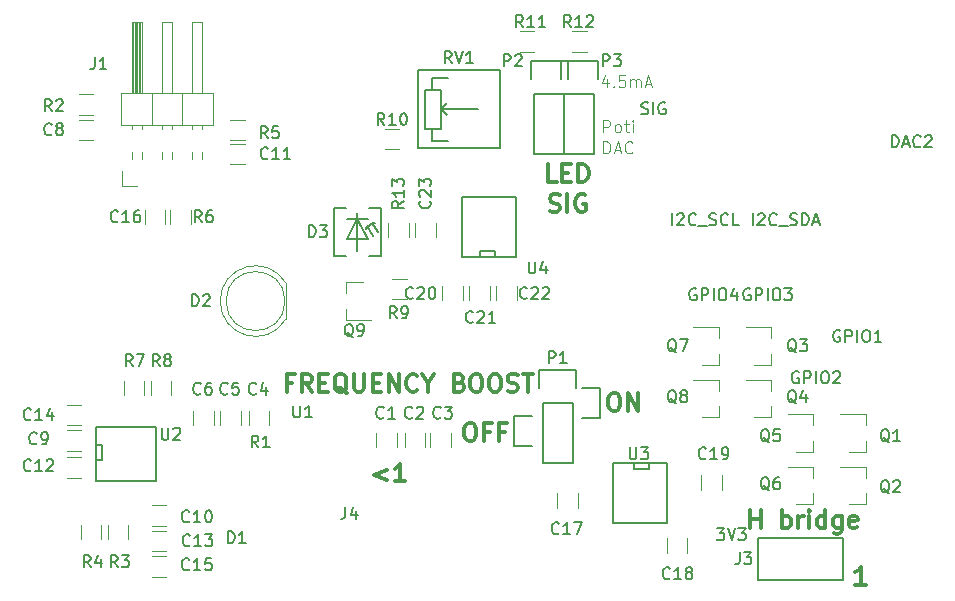
<source format=gbr>
G04 #@! TF.FileFunction,Legend,Top*
%FSLAX46Y46*%
G04 Gerber Fmt 4.6, Leading zero omitted, Abs format (unit mm)*
G04 Created by KiCad (PCBNEW 4.0.6-e0-6349~52~ubuntu17.04.1) date Sun Jul  9 19:24:51 2017*
%MOMM*%
%LPD*%
G01*
G04 APERTURE LIST*
%ADD10C,0.100000*%
%ADD11C,0.300000*%
%ADD12C,0.200000*%
%ADD13C,0.120000*%
%ADD14C,0.150000*%
G04 APERTURE END LIST*
D10*
D11*
X136191643Y-124265571D02*
X135048786Y-124694143D01*
X136191643Y-125122714D01*
X137691643Y-125265571D02*
X136834500Y-125265571D01*
X137263072Y-125265571D02*
X137263072Y-123765571D01*
X137120215Y-123979857D01*
X136977357Y-124122714D01*
X136834500Y-124194143D01*
X166950000Y-129202571D02*
X166950000Y-127702571D01*
X166950000Y-128416857D02*
X167807143Y-128416857D01*
X167807143Y-129202571D02*
X167807143Y-127702571D01*
X169664286Y-129202571D02*
X169664286Y-127702571D01*
X169664286Y-128274000D02*
X169807143Y-128202571D01*
X170092857Y-128202571D01*
X170235714Y-128274000D01*
X170307143Y-128345429D01*
X170378572Y-128488286D01*
X170378572Y-128916857D01*
X170307143Y-129059714D01*
X170235714Y-129131143D01*
X170092857Y-129202571D01*
X169807143Y-129202571D01*
X169664286Y-129131143D01*
X171021429Y-129202571D02*
X171021429Y-128202571D01*
X171021429Y-128488286D02*
X171092857Y-128345429D01*
X171164286Y-128274000D01*
X171307143Y-128202571D01*
X171450000Y-128202571D01*
X171950000Y-129202571D02*
X171950000Y-128202571D01*
X171950000Y-127702571D02*
X171878571Y-127774000D01*
X171950000Y-127845429D01*
X172021428Y-127774000D01*
X171950000Y-127702571D01*
X171950000Y-127845429D01*
X173307143Y-129202571D02*
X173307143Y-127702571D01*
X173307143Y-129131143D02*
X173164286Y-129202571D01*
X172878572Y-129202571D01*
X172735714Y-129131143D01*
X172664286Y-129059714D01*
X172592857Y-128916857D01*
X172592857Y-128488286D01*
X172664286Y-128345429D01*
X172735714Y-128274000D01*
X172878572Y-128202571D01*
X173164286Y-128202571D01*
X173307143Y-128274000D01*
X174664286Y-128202571D02*
X174664286Y-129416857D01*
X174592857Y-129559714D01*
X174521429Y-129631143D01*
X174378572Y-129702571D01*
X174164286Y-129702571D01*
X174021429Y-129631143D01*
X174664286Y-129131143D02*
X174521429Y-129202571D01*
X174235715Y-129202571D01*
X174092857Y-129131143D01*
X174021429Y-129059714D01*
X173950000Y-128916857D01*
X173950000Y-128488286D01*
X174021429Y-128345429D01*
X174092857Y-128274000D01*
X174235715Y-128202571D01*
X174521429Y-128202571D01*
X174664286Y-128274000D01*
X175950000Y-129131143D02*
X175807143Y-129202571D01*
X175521429Y-129202571D01*
X175378572Y-129131143D01*
X175307143Y-128988286D01*
X175307143Y-128416857D01*
X175378572Y-128274000D01*
X175521429Y-128202571D01*
X175807143Y-128202571D01*
X175950000Y-128274000D01*
X176021429Y-128416857D01*
X176021429Y-128559714D01*
X175307143Y-128702571D01*
X150535715Y-99903571D02*
X149821429Y-99903571D01*
X149821429Y-98403571D01*
X151035715Y-99117857D02*
X151535715Y-99117857D01*
X151750001Y-99903571D02*
X151035715Y-99903571D01*
X151035715Y-98403571D01*
X151750001Y-98403571D01*
X152392858Y-99903571D02*
X152392858Y-98403571D01*
X152750001Y-98403571D01*
X152964286Y-98475000D01*
X153107144Y-98617857D01*
X153178572Y-98760714D01*
X153250001Y-99046429D01*
X153250001Y-99260714D01*
X153178572Y-99546429D01*
X153107144Y-99689286D01*
X152964286Y-99832143D01*
X152750001Y-99903571D01*
X152392858Y-99903571D01*
X149964286Y-102382143D02*
X150178572Y-102453571D01*
X150535715Y-102453571D01*
X150678572Y-102382143D01*
X150750001Y-102310714D01*
X150821429Y-102167857D01*
X150821429Y-102025000D01*
X150750001Y-101882143D01*
X150678572Y-101810714D01*
X150535715Y-101739286D01*
X150250001Y-101667857D01*
X150107143Y-101596429D01*
X150035715Y-101525000D01*
X149964286Y-101382143D01*
X149964286Y-101239286D01*
X150035715Y-101096429D01*
X150107143Y-101025000D01*
X150250001Y-100953571D01*
X150607143Y-100953571D01*
X150821429Y-101025000D01*
X151464286Y-102453571D02*
X151464286Y-100953571D01*
X152964286Y-101025000D02*
X152821429Y-100953571D01*
X152607143Y-100953571D01*
X152392858Y-101025000D01*
X152250000Y-101167857D01*
X152178572Y-101310714D01*
X152107143Y-101596429D01*
X152107143Y-101810714D01*
X152178572Y-102096429D01*
X152250000Y-102239286D01*
X152392858Y-102382143D01*
X152607143Y-102453571D01*
X152750000Y-102453571D01*
X152964286Y-102382143D01*
X153035715Y-102310714D01*
X153035715Y-101810714D01*
X152750000Y-101810714D01*
D10*
X154511905Y-95702381D02*
X154511905Y-94702381D01*
X154892858Y-94702381D01*
X154988096Y-94750000D01*
X155035715Y-94797619D01*
X155083334Y-94892857D01*
X155083334Y-95035714D01*
X155035715Y-95130952D01*
X154988096Y-95178571D01*
X154892858Y-95226190D01*
X154511905Y-95226190D01*
X155654762Y-95702381D02*
X155559524Y-95654762D01*
X155511905Y-95607143D01*
X155464286Y-95511905D01*
X155464286Y-95226190D01*
X155511905Y-95130952D01*
X155559524Y-95083333D01*
X155654762Y-95035714D01*
X155797620Y-95035714D01*
X155892858Y-95083333D01*
X155940477Y-95130952D01*
X155988096Y-95226190D01*
X155988096Y-95511905D01*
X155940477Y-95607143D01*
X155892858Y-95654762D01*
X155797620Y-95702381D01*
X155654762Y-95702381D01*
X156273810Y-95035714D02*
X156654762Y-95035714D01*
X156416667Y-94702381D02*
X156416667Y-95559524D01*
X156464286Y-95654762D01*
X156559524Y-95702381D01*
X156654762Y-95702381D01*
X156988096Y-95702381D02*
X156988096Y-95035714D01*
X156988096Y-94702381D02*
X156940477Y-94750000D01*
X156988096Y-94797619D01*
X157035715Y-94750000D01*
X156988096Y-94702381D01*
X156988096Y-94797619D01*
X154844953Y-91225714D02*
X154844953Y-91892381D01*
X154606857Y-90844762D02*
X154368762Y-91559048D01*
X154987810Y-91559048D01*
X155368762Y-91797143D02*
X155416381Y-91844762D01*
X155368762Y-91892381D01*
X155321143Y-91844762D01*
X155368762Y-91797143D01*
X155368762Y-91892381D01*
X156321143Y-90892381D02*
X155844952Y-90892381D01*
X155797333Y-91368571D01*
X155844952Y-91320952D01*
X155940190Y-91273333D01*
X156178286Y-91273333D01*
X156273524Y-91320952D01*
X156321143Y-91368571D01*
X156368762Y-91463810D01*
X156368762Y-91701905D01*
X156321143Y-91797143D01*
X156273524Y-91844762D01*
X156178286Y-91892381D01*
X155940190Y-91892381D01*
X155844952Y-91844762D01*
X155797333Y-91797143D01*
X156797333Y-91892381D02*
X156797333Y-91225714D01*
X156797333Y-91320952D02*
X156844952Y-91273333D01*
X156940190Y-91225714D01*
X157083048Y-91225714D01*
X157178286Y-91273333D01*
X157225905Y-91368571D01*
X157225905Y-91892381D01*
X157225905Y-91368571D02*
X157273524Y-91273333D01*
X157368762Y-91225714D01*
X157511619Y-91225714D01*
X157606857Y-91273333D01*
X157654476Y-91368571D01*
X157654476Y-91892381D01*
X158083047Y-91606667D02*
X158559238Y-91606667D01*
X157987809Y-91892381D02*
X158321142Y-90892381D01*
X158654476Y-91892381D01*
X154511524Y-97480381D02*
X154511524Y-96480381D01*
X154749619Y-96480381D01*
X154892477Y-96528000D01*
X154987715Y-96623238D01*
X155035334Y-96718476D01*
X155082953Y-96908952D01*
X155082953Y-97051810D01*
X155035334Y-97242286D01*
X154987715Y-97337524D01*
X154892477Y-97432762D01*
X154749619Y-97480381D01*
X154511524Y-97480381D01*
X155463905Y-97194667D02*
X155940096Y-97194667D01*
X155368667Y-97480381D02*
X155702000Y-96480381D01*
X156035334Y-97480381D01*
X156940096Y-97385143D02*
X156892477Y-97432762D01*
X156749620Y-97480381D01*
X156654382Y-97480381D01*
X156511524Y-97432762D01*
X156416286Y-97337524D01*
X156368667Y-97242286D01*
X156321048Y-97051810D01*
X156321048Y-96908952D01*
X156368667Y-96718476D01*
X156416286Y-96623238D01*
X156511524Y-96528000D01*
X156654382Y-96480381D01*
X156749620Y-96480381D01*
X156892477Y-96528000D01*
X156940096Y-96575619D01*
D11*
X143097429Y-120336571D02*
X143383143Y-120336571D01*
X143526001Y-120408000D01*
X143668858Y-120550857D01*
X143740286Y-120836571D01*
X143740286Y-121336571D01*
X143668858Y-121622286D01*
X143526001Y-121765143D01*
X143383143Y-121836571D01*
X143097429Y-121836571D01*
X142954572Y-121765143D01*
X142811715Y-121622286D01*
X142740286Y-121336571D01*
X142740286Y-120836571D01*
X142811715Y-120550857D01*
X142954572Y-120408000D01*
X143097429Y-120336571D01*
X144883144Y-121050857D02*
X144383144Y-121050857D01*
X144383144Y-121836571D02*
X144383144Y-120336571D01*
X145097430Y-120336571D01*
X146168858Y-121050857D02*
X145668858Y-121050857D01*
X145668858Y-121836571D02*
X145668858Y-120336571D01*
X146383144Y-120336571D01*
D12*
X148463000Y-122301000D02*
X146939000Y-122301000D01*
X148463000Y-119761000D02*
X146939000Y-119761000D01*
X146939000Y-119761000D02*
X146939000Y-122301000D01*
D11*
X155281428Y-117796571D02*
X155567142Y-117796571D01*
X155710000Y-117868000D01*
X155852857Y-118010857D01*
X155924285Y-118296571D01*
X155924285Y-118796571D01*
X155852857Y-119082286D01*
X155710000Y-119225143D01*
X155567142Y-119296571D01*
X155281428Y-119296571D01*
X155138571Y-119225143D01*
X154995714Y-119082286D01*
X154924285Y-118796571D01*
X154924285Y-118296571D01*
X154995714Y-118010857D01*
X155138571Y-117868000D01*
X155281428Y-117796571D01*
X156567143Y-119296571D02*
X156567143Y-117796571D01*
X157424286Y-119296571D01*
X157424286Y-117796571D01*
D12*
X154178000Y-119888000D02*
X154178000Y-117348000D01*
X152654000Y-119888000D02*
X154178000Y-119888000D01*
X152654000Y-117348000D02*
X154178000Y-117348000D01*
D11*
X128178571Y-116892857D02*
X127678571Y-116892857D01*
X127678571Y-117678571D02*
X127678571Y-116178571D01*
X128392857Y-116178571D01*
X129821428Y-117678571D02*
X129321428Y-116964286D01*
X128964285Y-117678571D02*
X128964285Y-116178571D01*
X129535713Y-116178571D01*
X129678571Y-116250000D01*
X129749999Y-116321429D01*
X129821428Y-116464286D01*
X129821428Y-116678571D01*
X129749999Y-116821429D01*
X129678571Y-116892857D01*
X129535713Y-116964286D01*
X128964285Y-116964286D01*
X130464285Y-116892857D02*
X130964285Y-116892857D01*
X131178571Y-117678571D02*
X130464285Y-117678571D01*
X130464285Y-116178571D01*
X131178571Y-116178571D01*
X132821428Y-117821429D02*
X132678571Y-117750000D01*
X132535714Y-117607143D01*
X132321428Y-117392857D01*
X132178571Y-117321429D01*
X132035714Y-117321429D01*
X132107142Y-117678571D02*
X131964285Y-117607143D01*
X131821428Y-117464286D01*
X131749999Y-117178571D01*
X131749999Y-116678571D01*
X131821428Y-116392857D01*
X131964285Y-116250000D01*
X132107142Y-116178571D01*
X132392856Y-116178571D01*
X132535714Y-116250000D01*
X132678571Y-116392857D01*
X132749999Y-116678571D01*
X132749999Y-117178571D01*
X132678571Y-117464286D01*
X132535714Y-117607143D01*
X132392856Y-117678571D01*
X132107142Y-117678571D01*
X133392857Y-116178571D02*
X133392857Y-117392857D01*
X133464285Y-117535714D01*
X133535714Y-117607143D01*
X133678571Y-117678571D01*
X133964285Y-117678571D01*
X134107143Y-117607143D01*
X134178571Y-117535714D01*
X134250000Y-117392857D01*
X134250000Y-116178571D01*
X134964286Y-116892857D02*
X135464286Y-116892857D01*
X135678572Y-117678571D02*
X134964286Y-117678571D01*
X134964286Y-116178571D01*
X135678572Y-116178571D01*
X136321429Y-117678571D02*
X136321429Y-116178571D01*
X137178572Y-117678571D01*
X137178572Y-116178571D01*
X138750001Y-117535714D02*
X138678572Y-117607143D01*
X138464286Y-117678571D01*
X138321429Y-117678571D01*
X138107144Y-117607143D01*
X137964286Y-117464286D01*
X137892858Y-117321429D01*
X137821429Y-117035714D01*
X137821429Y-116821429D01*
X137892858Y-116535714D01*
X137964286Y-116392857D01*
X138107144Y-116250000D01*
X138321429Y-116178571D01*
X138464286Y-116178571D01*
X138678572Y-116250000D01*
X138750001Y-116321429D01*
X139678572Y-116964286D02*
X139678572Y-117678571D01*
X139178572Y-116178571D02*
X139678572Y-116964286D01*
X140178572Y-116178571D01*
X142321429Y-116892857D02*
X142535715Y-116964286D01*
X142607143Y-117035714D01*
X142678572Y-117178571D01*
X142678572Y-117392857D01*
X142607143Y-117535714D01*
X142535715Y-117607143D01*
X142392857Y-117678571D01*
X141821429Y-117678571D01*
X141821429Y-116178571D01*
X142321429Y-116178571D01*
X142464286Y-116250000D01*
X142535715Y-116321429D01*
X142607143Y-116464286D01*
X142607143Y-116607143D01*
X142535715Y-116750000D01*
X142464286Y-116821429D01*
X142321429Y-116892857D01*
X141821429Y-116892857D01*
X143607143Y-116178571D02*
X143892857Y-116178571D01*
X144035715Y-116250000D01*
X144178572Y-116392857D01*
X144250000Y-116678571D01*
X144250000Y-117178571D01*
X144178572Y-117464286D01*
X144035715Y-117607143D01*
X143892857Y-117678571D01*
X143607143Y-117678571D01*
X143464286Y-117607143D01*
X143321429Y-117464286D01*
X143250000Y-117178571D01*
X143250000Y-116678571D01*
X143321429Y-116392857D01*
X143464286Y-116250000D01*
X143607143Y-116178571D01*
X145178572Y-116178571D02*
X145464286Y-116178571D01*
X145607144Y-116250000D01*
X145750001Y-116392857D01*
X145821429Y-116678571D01*
X145821429Y-117178571D01*
X145750001Y-117464286D01*
X145607144Y-117607143D01*
X145464286Y-117678571D01*
X145178572Y-117678571D01*
X145035715Y-117607143D01*
X144892858Y-117464286D01*
X144821429Y-117178571D01*
X144821429Y-116678571D01*
X144892858Y-116392857D01*
X145035715Y-116250000D01*
X145178572Y-116178571D01*
X146392858Y-117607143D02*
X146607144Y-117678571D01*
X146964287Y-117678571D01*
X147107144Y-117607143D01*
X147178573Y-117535714D01*
X147250001Y-117392857D01*
X147250001Y-117250000D01*
X147178573Y-117107143D01*
X147107144Y-117035714D01*
X146964287Y-116964286D01*
X146678573Y-116892857D01*
X146535715Y-116821429D01*
X146464287Y-116750000D01*
X146392858Y-116607143D01*
X146392858Y-116464286D01*
X146464287Y-116321429D01*
X146535715Y-116250000D01*
X146678573Y-116178571D01*
X147035715Y-116178571D01*
X147250001Y-116250000D01*
X147678572Y-116178571D02*
X148535715Y-116178571D01*
X148107144Y-117678571D02*
X148107144Y-116178571D01*
X176704572Y-134028571D02*
X175847429Y-134028571D01*
X176276001Y-134028571D02*
X176276001Y-132528571D01*
X176133144Y-132742857D01*
X175990286Y-132885714D01*
X175847429Y-132957143D01*
D13*
X145424000Y-109947000D02*
X145424000Y-108747000D01*
X147184000Y-108747000D02*
X147184000Y-109947000D01*
X135264000Y-122393000D02*
X135264000Y-121193000D01*
X137024000Y-121193000D02*
X137024000Y-122393000D01*
X137677000Y-122393000D02*
X137677000Y-121193000D01*
X139437000Y-121193000D02*
X139437000Y-122393000D01*
X139836000Y-122393000D02*
X139836000Y-121193000D01*
X141596000Y-121193000D02*
X141596000Y-122393000D01*
X126229000Y-119288000D02*
X126229000Y-120488000D01*
X124469000Y-120488000D02*
X124469000Y-119288000D01*
X123816000Y-119288000D02*
X123816000Y-120488000D01*
X122056000Y-120488000D02*
X122056000Y-119288000D01*
X121530000Y-119288000D02*
X121530000Y-120488000D01*
X119770000Y-120488000D02*
X119770000Y-119288000D01*
X111297000Y-96398000D02*
X110097000Y-96398000D01*
X110097000Y-94638000D02*
X111297000Y-94638000D01*
X109081000Y-120927000D02*
X110281000Y-120927000D01*
X110281000Y-122687000D02*
X109081000Y-122687000D01*
X117503500Y-129023000D02*
X116303500Y-129023000D01*
X116303500Y-127263000D02*
X117503500Y-127263000D01*
X122924000Y-96670000D02*
X124124000Y-96670000D01*
X124124000Y-98430000D02*
X122924000Y-98430000D01*
X109081000Y-123213000D02*
X110281000Y-123213000D01*
X110281000Y-124973000D02*
X109081000Y-124973000D01*
X117503500Y-131182000D02*
X116303500Y-131182000D01*
X116303500Y-129422000D02*
X117503500Y-129422000D01*
X109081000Y-118768000D02*
X110281000Y-118768000D01*
X110281000Y-120528000D02*
X109081000Y-120528000D01*
X117503500Y-133341000D02*
X116303500Y-133341000D01*
X116303500Y-131581000D02*
X117503500Y-131581000D01*
X117419000Y-102284000D02*
X117419000Y-103484000D01*
X115659000Y-103484000D02*
X115659000Y-102284000D01*
X150584000Y-127487000D02*
X150584000Y-126287000D01*
X152344000Y-126287000D02*
X152344000Y-127487000D01*
X159855000Y-131297000D02*
X159855000Y-130097000D01*
X161615000Y-130097000D02*
X161615000Y-131297000D01*
X162776000Y-125963000D02*
X162776000Y-124763000D01*
X164536000Y-124763000D02*
X164536000Y-125963000D01*
X140852000Y-109947000D02*
X140852000Y-108747000D01*
X142612000Y-108747000D02*
X142612000Y-109947000D01*
X143138000Y-109947000D02*
X143138000Y-108747000D01*
X144898000Y-108747000D02*
X144898000Y-109947000D01*
X138566000Y-104613000D02*
X138566000Y-103413000D01*
X140326000Y-103413000D02*
X140326000Y-104613000D01*
X122058000Y-109995538D02*
G75*
G03X127608000Y-111540830I2990000J-462D01*
G01*
X122058000Y-109996462D02*
G75*
G02X127608000Y-108451170I2990000J462D01*
G01*
X127548000Y-109996000D02*
G75*
G03X127548000Y-109996000I-2500000J0D01*
G01*
X127608000Y-111541000D02*
X127608000Y-108451000D01*
D14*
X134884000Y-103354000D02*
X134784000Y-103554000D01*
X134884000Y-103354000D02*
X135184000Y-103354000D01*
X134484000Y-103654000D02*
X134684000Y-103654000D01*
X134684000Y-103654000D02*
X134484000Y-103654000D01*
X134484000Y-103654000D02*
X134384000Y-103854000D01*
X134484000Y-103654000D02*
X134984000Y-104454000D01*
X134884000Y-103354000D02*
X135384000Y-104154000D01*
X134584000Y-103054000D02*
X132784000Y-103054000D01*
X133684000Y-103054000D02*
X132784000Y-104754000D01*
X133684000Y-104754000D02*
X132784000Y-104754000D01*
X134584000Y-104754000D02*
X133684000Y-104754000D01*
X133684000Y-103054000D02*
X134584000Y-104754000D01*
X133684000Y-102554000D02*
X133684000Y-105654000D01*
X133684000Y-105654000D02*
X133684000Y-105754000D01*
X132684000Y-106154000D02*
X131684000Y-106154000D01*
X135684000Y-106154000D02*
X134684000Y-106154000D01*
X132684000Y-102154000D02*
X131684000Y-102154000D01*
X135684000Y-102154000D02*
X135684000Y-106154000D01*
X131684000Y-102154000D02*
X131684000Y-106154000D01*
X135684000Y-102154000D02*
X134684000Y-102154000D01*
X174779000Y-133590000D02*
X167579000Y-133590000D01*
X174779000Y-130090000D02*
X167579000Y-130090000D01*
X167579000Y-130090000D02*
X167579000Y-133590000D01*
X174779000Y-130090000D02*
X174779000Y-133590000D01*
X149352000Y-118618000D02*
X149352000Y-123698000D01*
X149352000Y-123698000D02*
X151892000Y-123698000D01*
X151892000Y-123698000D02*
X151892000Y-118618000D01*
X152172000Y-115798000D02*
X152172000Y-117348000D01*
X151892000Y-118618000D02*
X149352000Y-118618000D01*
X149072000Y-117348000D02*
X149072000Y-115798000D01*
X149072000Y-115798000D02*
X152172000Y-115798000D01*
X148670000Y-92470000D02*
X148670000Y-97550000D01*
X148670000Y-97550000D02*
X151210000Y-97550000D01*
X151210000Y-97550000D02*
X151210000Y-92470000D01*
X151490000Y-89650000D02*
X151490000Y-91200000D01*
X151210000Y-92470000D02*
X148670000Y-92470000D01*
X148390000Y-91200000D02*
X148390000Y-89650000D01*
X148390000Y-89650000D02*
X151490000Y-89650000D01*
X151210000Y-92470000D02*
X151210000Y-97550000D01*
X151210000Y-97550000D02*
X153750000Y-97550000D01*
X153750000Y-97550000D02*
X153750000Y-92470000D01*
X154030000Y-89650000D02*
X154030000Y-91200000D01*
X153750000Y-92470000D02*
X151210000Y-92470000D01*
X150930000Y-91200000D02*
X150930000Y-89650000D01*
X150930000Y-89650000D02*
X154030000Y-89650000D01*
D13*
X176735000Y-122752000D02*
X176735000Y-121822000D01*
X176735000Y-119592000D02*
X176735000Y-120522000D01*
X176735000Y-119592000D02*
X174575000Y-119592000D01*
X176735000Y-122752000D02*
X175275000Y-122752000D01*
X176735000Y-127197000D02*
X176735000Y-126267000D01*
X176735000Y-124037000D02*
X176735000Y-124967000D01*
X176735000Y-124037000D02*
X174575000Y-124037000D01*
X176735000Y-127197000D02*
X175275000Y-127197000D01*
X168734000Y-115386000D02*
X168734000Y-114456000D01*
X168734000Y-112226000D02*
X168734000Y-113156000D01*
X168734000Y-112226000D02*
X166574000Y-112226000D01*
X168734000Y-115386000D02*
X167274000Y-115386000D01*
X168734000Y-119831000D02*
X168734000Y-118901000D01*
X168734000Y-116671000D02*
X168734000Y-117601000D01*
X168734000Y-116671000D02*
X166574000Y-116671000D01*
X168734000Y-119831000D02*
X167274000Y-119831000D01*
X172290000Y-122752000D02*
X172290000Y-121822000D01*
X172290000Y-119592000D02*
X172290000Y-120522000D01*
X172290000Y-119592000D02*
X170130000Y-119592000D01*
X172290000Y-122752000D02*
X170830000Y-122752000D01*
X172290000Y-127197000D02*
X172290000Y-126267000D01*
X172290000Y-124037000D02*
X172290000Y-124967000D01*
X172290000Y-124037000D02*
X170130000Y-124037000D01*
X172290000Y-127197000D02*
X170830000Y-127197000D01*
X164289000Y-115386000D02*
X164289000Y-114456000D01*
X164289000Y-112226000D02*
X164289000Y-113156000D01*
X164289000Y-112226000D02*
X162129000Y-112226000D01*
X164289000Y-115386000D02*
X162829000Y-115386000D01*
X164289000Y-119831000D02*
X164289000Y-118901000D01*
X164289000Y-116671000D02*
X164289000Y-117601000D01*
X164289000Y-116671000D02*
X162129000Y-116671000D01*
X164289000Y-119831000D02*
X162829000Y-119831000D01*
X132670000Y-108416000D02*
X132670000Y-109346000D01*
X132670000Y-111576000D02*
X132670000Y-110646000D01*
X132670000Y-111576000D02*
X134830000Y-111576000D01*
X132670000Y-108416000D02*
X134130000Y-108416000D01*
X111297000Y-94239000D02*
X110097000Y-94239000D01*
X110097000Y-92479000D02*
X111297000Y-92479000D01*
X112531000Y-130140000D02*
X112531000Y-128940000D01*
X114291000Y-128940000D02*
X114291000Y-130140000D01*
X110245000Y-130140000D02*
X110245000Y-128940000D01*
X112005000Y-128940000D02*
X112005000Y-130140000D01*
X122924000Y-94638000D02*
X124124000Y-94638000D01*
X124124000Y-96398000D02*
X122924000Y-96398000D01*
X119578000Y-102284000D02*
X119578000Y-103484000D01*
X117818000Y-103484000D02*
X117818000Y-102284000D01*
X115641000Y-116762000D02*
X115641000Y-117962000D01*
X113881000Y-117962000D02*
X113881000Y-116762000D01*
X117927000Y-116762000D02*
X117927000Y-117962000D01*
X116167000Y-117962000D02*
X116167000Y-116762000D01*
X137840000Y-109860000D02*
X136640000Y-109860000D01*
X136640000Y-108100000D02*
X137840000Y-108100000D01*
X137205000Y-97160000D02*
X136005000Y-97160000D01*
X136005000Y-95400000D02*
X137205000Y-95400000D01*
X147435000Y-87145000D02*
X148635000Y-87145000D01*
X148635000Y-88905000D02*
X147435000Y-88905000D01*
X151880000Y-87145000D02*
X153080000Y-87145000D01*
X153080000Y-88905000D02*
X151880000Y-88905000D01*
X136280000Y-104613000D02*
X136280000Y-103413000D01*
X138040000Y-103413000D02*
X138040000Y-104613000D01*
D14*
X145790000Y-97044000D02*
X138790000Y-97044000D01*
X145790000Y-90440000D02*
X138790000Y-90440000D01*
X145790000Y-90440000D02*
X145790000Y-97040000D01*
X138790000Y-90440000D02*
X138790000Y-97040000D01*
X140034000Y-92089000D02*
X140034000Y-91073000D01*
X141320000Y-91073000D02*
X140034000Y-91073000D01*
X140034000Y-95391000D02*
X140034000Y-96407000D01*
X141320000Y-96407000D02*
X140034000Y-96407000D01*
X143860000Y-93740000D02*
X140796000Y-93740000D01*
X140796000Y-93740000D02*
X141304000Y-93232000D01*
X140796000Y-93740000D02*
X141304000Y-94248000D01*
X140796000Y-95391000D02*
X139399000Y-95391000D01*
X139399000Y-95391000D02*
X139399000Y-92089000D01*
X139399000Y-92089000D02*
X140796000Y-92089000D01*
X140796000Y-92089000D02*
X140796000Y-95391000D01*
X111506000Y-120650000D02*
X116586000Y-120650000D01*
X116586000Y-120650000D02*
X116586000Y-125222000D01*
X116586000Y-125222000D02*
X111506000Y-125222000D01*
X111506000Y-125222000D02*
X111506000Y-120650000D01*
X111506000Y-122174000D02*
X112014000Y-122174000D01*
X112014000Y-122174000D02*
X112014000Y-123444000D01*
X112014000Y-123444000D02*
X111506000Y-123444000D01*
X159856000Y-123700000D02*
X159856000Y-128780000D01*
X159856000Y-128780000D02*
X155284000Y-128780000D01*
X155284000Y-128780000D02*
X155284000Y-123700000D01*
X155284000Y-123700000D02*
X159856000Y-123700000D01*
X158332000Y-123700000D02*
X158332000Y-124208000D01*
X158332000Y-124208000D02*
X157062000Y-124208000D01*
X157062000Y-124208000D02*
X157062000Y-123700000D01*
X142557500Y-106235500D02*
X142557500Y-101155500D01*
X142557500Y-101155500D02*
X147129500Y-101155500D01*
X147129500Y-101155500D02*
X147129500Y-106235500D01*
X147129500Y-106235500D02*
X142557500Y-106235500D01*
X144081500Y-106235500D02*
X144081500Y-105727500D01*
X144081500Y-105727500D02*
X145351500Y-105727500D01*
X145351500Y-105727500D02*
X145351500Y-106235500D01*
D13*
X113625000Y-95127000D02*
X116285000Y-95127000D01*
X116285000Y-95127000D02*
X116285000Y-92387000D01*
X116285000Y-92387000D02*
X113625000Y-92387000D01*
X113625000Y-92387000D02*
X113625000Y-95127000D01*
X114575000Y-92387000D02*
X115455000Y-92387000D01*
X115455000Y-92387000D02*
X115455000Y-86387000D01*
X115455000Y-86387000D02*
X114575000Y-86387000D01*
X114575000Y-86387000D02*
X114575000Y-92387000D01*
X114575000Y-95437000D02*
X114575000Y-95127000D01*
X115455000Y-95437000D02*
X115455000Y-95127000D01*
X114575000Y-97977000D02*
X114575000Y-97377000D01*
X115455000Y-97977000D02*
X115455000Y-97377000D01*
X114695000Y-92387000D02*
X114695000Y-86387000D01*
X114815000Y-92387000D02*
X114815000Y-86387000D01*
X114935000Y-92387000D02*
X114935000Y-86387000D01*
X115055000Y-92387000D02*
X115055000Y-86387000D01*
X115175000Y-92387000D02*
X115175000Y-86387000D01*
X115295000Y-92387000D02*
X115295000Y-86387000D01*
X115415000Y-92387000D02*
X115415000Y-86387000D01*
X116285000Y-95127000D02*
X118825000Y-95127000D01*
X118825000Y-95127000D02*
X118825000Y-92387000D01*
X118825000Y-92387000D02*
X116285000Y-92387000D01*
X116285000Y-92387000D02*
X116285000Y-95127000D01*
X117115000Y-92387000D02*
X117995000Y-92387000D01*
X117995000Y-92387000D02*
X117995000Y-86387000D01*
X117995000Y-86387000D02*
X117115000Y-86387000D01*
X117115000Y-86387000D02*
X117115000Y-92387000D01*
X117115000Y-95437000D02*
X117115000Y-95127000D01*
X117995000Y-95437000D02*
X117995000Y-95127000D01*
X117115000Y-97977000D02*
X117115000Y-97377000D01*
X117995000Y-97977000D02*
X117995000Y-97377000D01*
X118825000Y-95127000D02*
X121485000Y-95127000D01*
X121485000Y-95127000D02*
X121485000Y-92387000D01*
X121485000Y-92387000D02*
X118825000Y-92387000D01*
X118825000Y-92387000D02*
X118825000Y-95127000D01*
X119655000Y-92387000D02*
X120535000Y-92387000D01*
X120535000Y-92387000D02*
X120535000Y-86387000D01*
X120535000Y-86387000D02*
X119655000Y-86387000D01*
X119655000Y-86387000D02*
X119655000Y-92387000D01*
X119655000Y-95437000D02*
X119655000Y-95127000D01*
X120535000Y-95437000D02*
X120535000Y-95127000D01*
X119655000Y-97977000D02*
X119655000Y-97377000D01*
X120535000Y-97977000D02*
X120535000Y-97377000D01*
X115015000Y-100217000D02*
X113745000Y-100217000D01*
X113745000Y-100217000D02*
X113745000Y-98947000D01*
D14*
X148027143Y-109718143D02*
X147979524Y-109765762D01*
X147836667Y-109813381D01*
X147741429Y-109813381D01*
X147598571Y-109765762D01*
X147503333Y-109670524D01*
X147455714Y-109575286D01*
X147408095Y-109384810D01*
X147408095Y-109241952D01*
X147455714Y-109051476D01*
X147503333Y-108956238D01*
X147598571Y-108861000D01*
X147741429Y-108813381D01*
X147836667Y-108813381D01*
X147979524Y-108861000D01*
X148027143Y-108908619D01*
X148408095Y-108908619D02*
X148455714Y-108861000D01*
X148550952Y-108813381D01*
X148789048Y-108813381D01*
X148884286Y-108861000D01*
X148931905Y-108908619D01*
X148979524Y-109003857D01*
X148979524Y-109099095D01*
X148931905Y-109241952D01*
X148360476Y-109813381D01*
X148979524Y-109813381D01*
X149360476Y-108908619D02*
X149408095Y-108861000D01*
X149503333Y-108813381D01*
X149741429Y-108813381D01*
X149836667Y-108861000D01*
X149884286Y-108908619D01*
X149931905Y-109003857D01*
X149931905Y-109099095D01*
X149884286Y-109241952D01*
X149312857Y-109813381D01*
X149931905Y-109813381D01*
X135897334Y-119850143D02*
X135849715Y-119897762D01*
X135706858Y-119945381D01*
X135611620Y-119945381D01*
X135468762Y-119897762D01*
X135373524Y-119802524D01*
X135325905Y-119707286D01*
X135278286Y-119516810D01*
X135278286Y-119373952D01*
X135325905Y-119183476D01*
X135373524Y-119088238D01*
X135468762Y-118993000D01*
X135611620Y-118945381D01*
X135706858Y-118945381D01*
X135849715Y-118993000D01*
X135897334Y-119040619D01*
X136849715Y-119945381D02*
X136278286Y-119945381D01*
X136564000Y-119945381D02*
X136564000Y-118945381D01*
X136468762Y-119088238D01*
X136373524Y-119183476D01*
X136278286Y-119231095D01*
X138310334Y-119850143D02*
X138262715Y-119897762D01*
X138119858Y-119945381D01*
X138024620Y-119945381D01*
X137881762Y-119897762D01*
X137786524Y-119802524D01*
X137738905Y-119707286D01*
X137691286Y-119516810D01*
X137691286Y-119373952D01*
X137738905Y-119183476D01*
X137786524Y-119088238D01*
X137881762Y-118993000D01*
X138024620Y-118945381D01*
X138119858Y-118945381D01*
X138262715Y-118993000D01*
X138310334Y-119040619D01*
X138691286Y-119040619D02*
X138738905Y-118993000D01*
X138834143Y-118945381D01*
X139072239Y-118945381D01*
X139167477Y-118993000D01*
X139215096Y-119040619D01*
X139262715Y-119135857D01*
X139262715Y-119231095D01*
X139215096Y-119373952D01*
X138643667Y-119945381D01*
X139262715Y-119945381D01*
X140723334Y-119850143D02*
X140675715Y-119897762D01*
X140532858Y-119945381D01*
X140437620Y-119945381D01*
X140294762Y-119897762D01*
X140199524Y-119802524D01*
X140151905Y-119707286D01*
X140104286Y-119516810D01*
X140104286Y-119373952D01*
X140151905Y-119183476D01*
X140199524Y-119088238D01*
X140294762Y-118993000D01*
X140437620Y-118945381D01*
X140532858Y-118945381D01*
X140675715Y-118993000D01*
X140723334Y-119040619D01*
X141056667Y-118945381D02*
X141675715Y-118945381D01*
X141342381Y-119326333D01*
X141485239Y-119326333D01*
X141580477Y-119373952D01*
X141628096Y-119421571D01*
X141675715Y-119516810D01*
X141675715Y-119754905D01*
X141628096Y-119850143D01*
X141580477Y-119897762D01*
X141485239Y-119945381D01*
X141199524Y-119945381D01*
X141104286Y-119897762D01*
X141056667Y-119850143D01*
X125102334Y-117818143D02*
X125054715Y-117865762D01*
X124911858Y-117913381D01*
X124816620Y-117913381D01*
X124673762Y-117865762D01*
X124578524Y-117770524D01*
X124530905Y-117675286D01*
X124483286Y-117484810D01*
X124483286Y-117341952D01*
X124530905Y-117151476D01*
X124578524Y-117056238D01*
X124673762Y-116961000D01*
X124816620Y-116913381D01*
X124911858Y-116913381D01*
X125054715Y-116961000D01*
X125102334Y-117008619D01*
X125959477Y-117246714D02*
X125959477Y-117913381D01*
X125721381Y-116865762D02*
X125483286Y-117580048D01*
X126102334Y-117580048D01*
X122689334Y-117818143D02*
X122641715Y-117865762D01*
X122498858Y-117913381D01*
X122403620Y-117913381D01*
X122260762Y-117865762D01*
X122165524Y-117770524D01*
X122117905Y-117675286D01*
X122070286Y-117484810D01*
X122070286Y-117341952D01*
X122117905Y-117151476D01*
X122165524Y-117056238D01*
X122260762Y-116961000D01*
X122403620Y-116913381D01*
X122498858Y-116913381D01*
X122641715Y-116961000D01*
X122689334Y-117008619D01*
X123594096Y-116913381D02*
X123117905Y-116913381D01*
X123070286Y-117389571D01*
X123117905Y-117341952D01*
X123213143Y-117294333D01*
X123451239Y-117294333D01*
X123546477Y-117341952D01*
X123594096Y-117389571D01*
X123641715Y-117484810D01*
X123641715Y-117722905D01*
X123594096Y-117818143D01*
X123546477Y-117865762D01*
X123451239Y-117913381D01*
X123213143Y-117913381D01*
X123117905Y-117865762D01*
X123070286Y-117818143D01*
X120403334Y-117818143D02*
X120355715Y-117865762D01*
X120212858Y-117913381D01*
X120117620Y-117913381D01*
X119974762Y-117865762D01*
X119879524Y-117770524D01*
X119831905Y-117675286D01*
X119784286Y-117484810D01*
X119784286Y-117341952D01*
X119831905Y-117151476D01*
X119879524Y-117056238D01*
X119974762Y-116961000D01*
X120117620Y-116913381D01*
X120212858Y-116913381D01*
X120355715Y-116961000D01*
X120403334Y-117008619D01*
X121260477Y-116913381D02*
X121070000Y-116913381D01*
X120974762Y-116961000D01*
X120927143Y-117008619D01*
X120831905Y-117151476D01*
X120784286Y-117341952D01*
X120784286Y-117722905D01*
X120831905Y-117818143D01*
X120879524Y-117865762D01*
X120974762Y-117913381D01*
X121165239Y-117913381D01*
X121260477Y-117865762D01*
X121308096Y-117818143D01*
X121355715Y-117722905D01*
X121355715Y-117484810D01*
X121308096Y-117389571D01*
X121260477Y-117341952D01*
X121165239Y-117294333D01*
X120974762Y-117294333D01*
X120879524Y-117341952D01*
X120831905Y-117389571D01*
X120784286Y-117484810D01*
X107783334Y-95861143D02*
X107735715Y-95908762D01*
X107592858Y-95956381D01*
X107497620Y-95956381D01*
X107354762Y-95908762D01*
X107259524Y-95813524D01*
X107211905Y-95718286D01*
X107164286Y-95527810D01*
X107164286Y-95384952D01*
X107211905Y-95194476D01*
X107259524Y-95099238D01*
X107354762Y-95004000D01*
X107497620Y-94956381D01*
X107592858Y-94956381D01*
X107735715Y-95004000D01*
X107783334Y-95051619D01*
X108354762Y-95384952D02*
X108259524Y-95337333D01*
X108211905Y-95289714D01*
X108164286Y-95194476D01*
X108164286Y-95146857D01*
X108211905Y-95051619D01*
X108259524Y-95004000D01*
X108354762Y-94956381D01*
X108545239Y-94956381D01*
X108640477Y-95004000D01*
X108688096Y-95051619D01*
X108735715Y-95146857D01*
X108735715Y-95194476D01*
X108688096Y-95289714D01*
X108640477Y-95337333D01*
X108545239Y-95384952D01*
X108354762Y-95384952D01*
X108259524Y-95432571D01*
X108211905Y-95480190D01*
X108164286Y-95575429D01*
X108164286Y-95765905D01*
X108211905Y-95861143D01*
X108259524Y-95908762D01*
X108354762Y-95956381D01*
X108545239Y-95956381D01*
X108640477Y-95908762D01*
X108688096Y-95861143D01*
X108735715Y-95765905D01*
X108735715Y-95575429D01*
X108688096Y-95480190D01*
X108640477Y-95432571D01*
X108545239Y-95384952D01*
X106513334Y-122023143D02*
X106465715Y-122070762D01*
X106322858Y-122118381D01*
X106227620Y-122118381D01*
X106084762Y-122070762D01*
X105989524Y-121975524D01*
X105941905Y-121880286D01*
X105894286Y-121689810D01*
X105894286Y-121546952D01*
X105941905Y-121356476D01*
X105989524Y-121261238D01*
X106084762Y-121166000D01*
X106227620Y-121118381D01*
X106322858Y-121118381D01*
X106465715Y-121166000D01*
X106513334Y-121213619D01*
X106989524Y-122118381D02*
X107180000Y-122118381D01*
X107275239Y-122070762D01*
X107322858Y-122023143D01*
X107418096Y-121880286D01*
X107465715Y-121689810D01*
X107465715Y-121308857D01*
X107418096Y-121213619D01*
X107370477Y-121166000D01*
X107275239Y-121118381D01*
X107084762Y-121118381D01*
X106989524Y-121166000D01*
X106941905Y-121213619D01*
X106894286Y-121308857D01*
X106894286Y-121546952D01*
X106941905Y-121642190D01*
X106989524Y-121689810D01*
X107084762Y-121737429D01*
X107275239Y-121737429D01*
X107370477Y-121689810D01*
X107418096Y-121642190D01*
X107465715Y-121546952D01*
X119435643Y-128627143D02*
X119388024Y-128674762D01*
X119245167Y-128722381D01*
X119149929Y-128722381D01*
X119007071Y-128674762D01*
X118911833Y-128579524D01*
X118864214Y-128484286D01*
X118816595Y-128293810D01*
X118816595Y-128150952D01*
X118864214Y-127960476D01*
X118911833Y-127865238D01*
X119007071Y-127770000D01*
X119149929Y-127722381D01*
X119245167Y-127722381D01*
X119388024Y-127770000D01*
X119435643Y-127817619D01*
X120388024Y-128722381D02*
X119816595Y-128722381D01*
X120102309Y-128722381D02*
X120102309Y-127722381D01*
X120007071Y-127865238D01*
X119911833Y-127960476D01*
X119816595Y-128008095D01*
X121007071Y-127722381D02*
X121102310Y-127722381D01*
X121197548Y-127770000D01*
X121245167Y-127817619D01*
X121292786Y-127912857D01*
X121340405Y-128103333D01*
X121340405Y-128341429D01*
X121292786Y-128531905D01*
X121245167Y-128627143D01*
X121197548Y-128674762D01*
X121102310Y-128722381D01*
X121007071Y-128722381D01*
X120911833Y-128674762D01*
X120864214Y-128627143D01*
X120816595Y-128531905D01*
X120768976Y-128341429D01*
X120768976Y-128103333D01*
X120816595Y-127912857D01*
X120864214Y-127817619D01*
X120911833Y-127770000D01*
X121007071Y-127722381D01*
X126103143Y-97893143D02*
X126055524Y-97940762D01*
X125912667Y-97988381D01*
X125817429Y-97988381D01*
X125674571Y-97940762D01*
X125579333Y-97845524D01*
X125531714Y-97750286D01*
X125484095Y-97559810D01*
X125484095Y-97416952D01*
X125531714Y-97226476D01*
X125579333Y-97131238D01*
X125674571Y-97036000D01*
X125817429Y-96988381D01*
X125912667Y-96988381D01*
X126055524Y-97036000D01*
X126103143Y-97083619D01*
X127055524Y-97988381D02*
X126484095Y-97988381D01*
X126769809Y-97988381D02*
X126769809Y-96988381D01*
X126674571Y-97131238D01*
X126579333Y-97226476D01*
X126484095Y-97274095D01*
X128007905Y-97988381D02*
X127436476Y-97988381D01*
X127722190Y-97988381D02*
X127722190Y-96988381D01*
X127626952Y-97131238D01*
X127531714Y-97226476D01*
X127436476Y-97274095D01*
X106037143Y-124309143D02*
X105989524Y-124356762D01*
X105846667Y-124404381D01*
X105751429Y-124404381D01*
X105608571Y-124356762D01*
X105513333Y-124261524D01*
X105465714Y-124166286D01*
X105418095Y-123975810D01*
X105418095Y-123832952D01*
X105465714Y-123642476D01*
X105513333Y-123547238D01*
X105608571Y-123452000D01*
X105751429Y-123404381D01*
X105846667Y-123404381D01*
X105989524Y-123452000D01*
X106037143Y-123499619D01*
X106989524Y-124404381D02*
X106418095Y-124404381D01*
X106703809Y-124404381D02*
X106703809Y-123404381D01*
X106608571Y-123547238D01*
X106513333Y-123642476D01*
X106418095Y-123690095D01*
X107370476Y-123499619D02*
X107418095Y-123452000D01*
X107513333Y-123404381D01*
X107751429Y-123404381D01*
X107846667Y-123452000D01*
X107894286Y-123499619D01*
X107941905Y-123594857D01*
X107941905Y-123690095D01*
X107894286Y-123832952D01*
X107322857Y-124404381D01*
X107941905Y-124404381D01*
X119499143Y-130659143D02*
X119451524Y-130706762D01*
X119308667Y-130754381D01*
X119213429Y-130754381D01*
X119070571Y-130706762D01*
X118975333Y-130611524D01*
X118927714Y-130516286D01*
X118880095Y-130325810D01*
X118880095Y-130182952D01*
X118927714Y-129992476D01*
X118975333Y-129897238D01*
X119070571Y-129802000D01*
X119213429Y-129754381D01*
X119308667Y-129754381D01*
X119451524Y-129802000D01*
X119499143Y-129849619D01*
X120451524Y-130754381D02*
X119880095Y-130754381D01*
X120165809Y-130754381D02*
X120165809Y-129754381D01*
X120070571Y-129897238D01*
X119975333Y-129992476D01*
X119880095Y-130040095D01*
X120784857Y-129754381D02*
X121403905Y-129754381D01*
X121070571Y-130135333D01*
X121213429Y-130135333D01*
X121308667Y-130182952D01*
X121356286Y-130230571D01*
X121403905Y-130325810D01*
X121403905Y-130563905D01*
X121356286Y-130659143D01*
X121308667Y-130706762D01*
X121213429Y-130754381D01*
X120927714Y-130754381D01*
X120832476Y-130706762D01*
X120784857Y-130659143D01*
X106037143Y-119991143D02*
X105989524Y-120038762D01*
X105846667Y-120086381D01*
X105751429Y-120086381D01*
X105608571Y-120038762D01*
X105513333Y-119943524D01*
X105465714Y-119848286D01*
X105418095Y-119657810D01*
X105418095Y-119514952D01*
X105465714Y-119324476D01*
X105513333Y-119229238D01*
X105608571Y-119134000D01*
X105751429Y-119086381D01*
X105846667Y-119086381D01*
X105989524Y-119134000D01*
X106037143Y-119181619D01*
X106989524Y-120086381D02*
X106418095Y-120086381D01*
X106703809Y-120086381D02*
X106703809Y-119086381D01*
X106608571Y-119229238D01*
X106513333Y-119324476D01*
X106418095Y-119372095D01*
X107846667Y-119419714D02*
X107846667Y-120086381D01*
X107608571Y-119038762D02*
X107370476Y-119753048D01*
X107989524Y-119753048D01*
X119435643Y-132691143D02*
X119388024Y-132738762D01*
X119245167Y-132786381D01*
X119149929Y-132786381D01*
X119007071Y-132738762D01*
X118911833Y-132643524D01*
X118864214Y-132548286D01*
X118816595Y-132357810D01*
X118816595Y-132214952D01*
X118864214Y-132024476D01*
X118911833Y-131929238D01*
X119007071Y-131834000D01*
X119149929Y-131786381D01*
X119245167Y-131786381D01*
X119388024Y-131834000D01*
X119435643Y-131881619D01*
X120388024Y-132786381D02*
X119816595Y-132786381D01*
X120102309Y-132786381D02*
X120102309Y-131786381D01*
X120007071Y-131929238D01*
X119911833Y-132024476D01*
X119816595Y-132072095D01*
X121292786Y-131786381D02*
X120816595Y-131786381D01*
X120768976Y-132262571D01*
X120816595Y-132214952D01*
X120911833Y-132167333D01*
X121149929Y-132167333D01*
X121245167Y-132214952D01*
X121292786Y-132262571D01*
X121340405Y-132357810D01*
X121340405Y-132595905D01*
X121292786Y-132691143D01*
X121245167Y-132738762D01*
X121149929Y-132786381D01*
X120911833Y-132786381D01*
X120816595Y-132738762D01*
X120768976Y-132691143D01*
X113403143Y-103227143D02*
X113355524Y-103274762D01*
X113212667Y-103322381D01*
X113117429Y-103322381D01*
X112974571Y-103274762D01*
X112879333Y-103179524D01*
X112831714Y-103084286D01*
X112784095Y-102893810D01*
X112784095Y-102750952D01*
X112831714Y-102560476D01*
X112879333Y-102465238D01*
X112974571Y-102370000D01*
X113117429Y-102322381D01*
X113212667Y-102322381D01*
X113355524Y-102370000D01*
X113403143Y-102417619D01*
X114355524Y-103322381D02*
X113784095Y-103322381D01*
X114069809Y-103322381D02*
X114069809Y-102322381D01*
X113974571Y-102465238D01*
X113879333Y-102560476D01*
X113784095Y-102608095D01*
X115212667Y-102322381D02*
X115022190Y-102322381D01*
X114926952Y-102370000D01*
X114879333Y-102417619D01*
X114784095Y-102560476D01*
X114736476Y-102750952D01*
X114736476Y-103131905D01*
X114784095Y-103227143D01*
X114831714Y-103274762D01*
X114926952Y-103322381D01*
X115117429Y-103322381D01*
X115212667Y-103274762D01*
X115260286Y-103227143D01*
X115307905Y-103131905D01*
X115307905Y-102893810D01*
X115260286Y-102798571D01*
X115212667Y-102750952D01*
X115117429Y-102703333D01*
X114926952Y-102703333D01*
X114831714Y-102750952D01*
X114784095Y-102798571D01*
X114736476Y-102893810D01*
X150741143Y-129643143D02*
X150693524Y-129690762D01*
X150550667Y-129738381D01*
X150455429Y-129738381D01*
X150312571Y-129690762D01*
X150217333Y-129595524D01*
X150169714Y-129500286D01*
X150122095Y-129309810D01*
X150122095Y-129166952D01*
X150169714Y-128976476D01*
X150217333Y-128881238D01*
X150312571Y-128786000D01*
X150455429Y-128738381D01*
X150550667Y-128738381D01*
X150693524Y-128786000D01*
X150741143Y-128833619D01*
X151693524Y-129738381D02*
X151122095Y-129738381D01*
X151407809Y-129738381D02*
X151407809Y-128738381D01*
X151312571Y-128881238D01*
X151217333Y-128976476D01*
X151122095Y-129024095D01*
X152026857Y-128738381D02*
X152693524Y-128738381D01*
X152264952Y-129738381D01*
X160139143Y-133453143D02*
X160091524Y-133500762D01*
X159948667Y-133548381D01*
X159853429Y-133548381D01*
X159710571Y-133500762D01*
X159615333Y-133405524D01*
X159567714Y-133310286D01*
X159520095Y-133119810D01*
X159520095Y-132976952D01*
X159567714Y-132786476D01*
X159615333Y-132691238D01*
X159710571Y-132596000D01*
X159853429Y-132548381D01*
X159948667Y-132548381D01*
X160091524Y-132596000D01*
X160139143Y-132643619D01*
X161091524Y-133548381D02*
X160520095Y-133548381D01*
X160805809Y-133548381D02*
X160805809Y-132548381D01*
X160710571Y-132691238D01*
X160615333Y-132786476D01*
X160520095Y-132834095D01*
X161662952Y-132976952D02*
X161567714Y-132929333D01*
X161520095Y-132881714D01*
X161472476Y-132786476D01*
X161472476Y-132738857D01*
X161520095Y-132643619D01*
X161567714Y-132596000D01*
X161662952Y-132548381D01*
X161853429Y-132548381D01*
X161948667Y-132596000D01*
X161996286Y-132643619D01*
X162043905Y-132738857D01*
X162043905Y-132786476D01*
X161996286Y-132881714D01*
X161948667Y-132929333D01*
X161853429Y-132976952D01*
X161662952Y-132976952D01*
X161567714Y-133024571D01*
X161520095Y-133072190D01*
X161472476Y-133167429D01*
X161472476Y-133357905D01*
X161520095Y-133453143D01*
X161567714Y-133500762D01*
X161662952Y-133548381D01*
X161853429Y-133548381D01*
X161948667Y-133500762D01*
X161996286Y-133453143D01*
X162043905Y-133357905D01*
X162043905Y-133167429D01*
X161996286Y-133072190D01*
X161948667Y-133024571D01*
X161853429Y-132976952D01*
X163187143Y-123293143D02*
X163139524Y-123340762D01*
X162996667Y-123388381D01*
X162901429Y-123388381D01*
X162758571Y-123340762D01*
X162663333Y-123245524D01*
X162615714Y-123150286D01*
X162568095Y-122959810D01*
X162568095Y-122816952D01*
X162615714Y-122626476D01*
X162663333Y-122531238D01*
X162758571Y-122436000D01*
X162901429Y-122388381D01*
X162996667Y-122388381D01*
X163139524Y-122436000D01*
X163187143Y-122483619D01*
X164139524Y-123388381D02*
X163568095Y-123388381D01*
X163853809Y-123388381D02*
X163853809Y-122388381D01*
X163758571Y-122531238D01*
X163663333Y-122626476D01*
X163568095Y-122674095D01*
X164615714Y-123388381D02*
X164806190Y-123388381D01*
X164901429Y-123340762D01*
X164949048Y-123293143D01*
X165044286Y-123150286D01*
X165091905Y-122959810D01*
X165091905Y-122578857D01*
X165044286Y-122483619D01*
X164996667Y-122436000D01*
X164901429Y-122388381D01*
X164710952Y-122388381D01*
X164615714Y-122436000D01*
X164568095Y-122483619D01*
X164520476Y-122578857D01*
X164520476Y-122816952D01*
X164568095Y-122912190D01*
X164615714Y-122959810D01*
X164710952Y-123007429D01*
X164901429Y-123007429D01*
X164996667Y-122959810D01*
X165044286Y-122912190D01*
X165091905Y-122816952D01*
X138375143Y-109718143D02*
X138327524Y-109765762D01*
X138184667Y-109813381D01*
X138089429Y-109813381D01*
X137946571Y-109765762D01*
X137851333Y-109670524D01*
X137803714Y-109575286D01*
X137756095Y-109384810D01*
X137756095Y-109241952D01*
X137803714Y-109051476D01*
X137851333Y-108956238D01*
X137946571Y-108861000D01*
X138089429Y-108813381D01*
X138184667Y-108813381D01*
X138327524Y-108861000D01*
X138375143Y-108908619D01*
X138756095Y-108908619D02*
X138803714Y-108861000D01*
X138898952Y-108813381D01*
X139137048Y-108813381D01*
X139232286Y-108861000D01*
X139279905Y-108908619D01*
X139327524Y-109003857D01*
X139327524Y-109099095D01*
X139279905Y-109241952D01*
X138708476Y-109813381D01*
X139327524Y-109813381D01*
X139946571Y-108813381D02*
X140041810Y-108813381D01*
X140137048Y-108861000D01*
X140184667Y-108908619D01*
X140232286Y-109003857D01*
X140279905Y-109194333D01*
X140279905Y-109432429D01*
X140232286Y-109622905D01*
X140184667Y-109718143D01*
X140137048Y-109765762D01*
X140041810Y-109813381D01*
X139946571Y-109813381D01*
X139851333Y-109765762D01*
X139803714Y-109718143D01*
X139756095Y-109622905D01*
X139708476Y-109432429D01*
X139708476Y-109194333D01*
X139756095Y-109003857D01*
X139803714Y-108908619D01*
X139851333Y-108861000D01*
X139946571Y-108813381D01*
X143455143Y-111750143D02*
X143407524Y-111797762D01*
X143264667Y-111845381D01*
X143169429Y-111845381D01*
X143026571Y-111797762D01*
X142931333Y-111702524D01*
X142883714Y-111607286D01*
X142836095Y-111416810D01*
X142836095Y-111273952D01*
X142883714Y-111083476D01*
X142931333Y-110988238D01*
X143026571Y-110893000D01*
X143169429Y-110845381D01*
X143264667Y-110845381D01*
X143407524Y-110893000D01*
X143455143Y-110940619D01*
X143836095Y-110940619D02*
X143883714Y-110893000D01*
X143978952Y-110845381D01*
X144217048Y-110845381D01*
X144312286Y-110893000D01*
X144359905Y-110940619D01*
X144407524Y-111035857D01*
X144407524Y-111131095D01*
X144359905Y-111273952D01*
X143788476Y-111845381D01*
X144407524Y-111845381D01*
X145359905Y-111845381D02*
X144788476Y-111845381D01*
X145074190Y-111845381D02*
X145074190Y-110845381D01*
X144978952Y-110988238D01*
X144883714Y-111083476D01*
X144788476Y-111131095D01*
X139817143Y-101527857D02*
X139864762Y-101575476D01*
X139912381Y-101718333D01*
X139912381Y-101813571D01*
X139864762Y-101956429D01*
X139769524Y-102051667D01*
X139674286Y-102099286D01*
X139483810Y-102146905D01*
X139340952Y-102146905D01*
X139150476Y-102099286D01*
X139055238Y-102051667D01*
X138960000Y-101956429D01*
X138912381Y-101813571D01*
X138912381Y-101718333D01*
X138960000Y-101575476D01*
X139007619Y-101527857D01*
X139007619Y-101146905D02*
X138960000Y-101099286D01*
X138912381Y-101004048D01*
X138912381Y-100765952D01*
X138960000Y-100670714D01*
X139007619Y-100623095D01*
X139102857Y-100575476D01*
X139198095Y-100575476D01*
X139340952Y-100623095D01*
X139912381Y-101194524D01*
X139912381Y-100575476D01*
X138912381Y-100242143D02*
X138912381Y-99623095D01*
X139293333Y-99956429D01*
X139293333Y-99813571D01*
X139340952Y-99718333D01*
X139388571Y-99670714D01*
X139483810Y-99623095D01*
X139721905Y-99623095D01*
X139817143Y-99670714D01*
X139864762Y-99718333D01*
X139912381Y-99813571D01*
X139912381Y-100099286D01*
X139864762Y-100194524D01*
X139817143Y-100242143D01*
X119657905Y-110434381D02*
X119657905Y-109434381D01*
X119896000Y-109434381D01*
X120038858Y-109482000D01*
X120134096Y-109577238D01*
X120181715Y-109672476D01*
X120229334Y-109862952D01*
X120229334Y-110005810D01*
X120181715Y-110196286D01*
X120134096Y-110291524D01*
X120038858Y-110386762D01*
X119896000Y-110434381D01*
X119657905Y-110434381D01*
X120610286Y-109529619D02*
X120657905Y-109482000D01*
X120753143Y-109434381D01*
X120991239Y-109434381D01*
X121086477Y-109482000D01*
X121134096Y-109529619D01*
X121181715Y-109624857D01*
X121181715Y-109720095D01*
X121134096Y-109862952D01*
X120562667Y-110434381D01*
X121181715Y-110434381D01*
X129563905Y-104592381D02*
X129563905Y-103592381D01*
X129802000Y-103592381D01*
X129944858Y-103640000D01*
X130040096Y-103735238D01*
X130087715Y-103830476D01*
X130135334Y-104020952D01*
X130135334Y-104163810D01*
X130087715Y-104354286D01*
X130040096Y-104449524D01*
X129944858Y-104544762D01*
X129802000Y-104592381D01*
X129563905Y-104592381D01*
X130468667Y-103592381D02*
X131087715Y-103592381D01*
X130754381Y-103973333D01*
X130897239Y-103973333D01*
X130992477Y-104020952D01*
X131040096Y-104068571D01*
X131087715Y-104163810D01*
X131087715Y-104401905D01*
X131040096Y-104497143D01*
X130992477Y-104544762D01*
X130897239Y-104592381D01*
X130611524Y-104592381D01*
X130516286Y-104544762D01*
X130468667Y-104497143D01*
X166036667Y-131278381D02*
X166036667Y-131992667D01*
X165989047Y-132135524D01*
X165893809Y-132230762D01*
X165750952Y-132278381D01*
X165655714Y-132278381D01*
X166417619Y-131278381D02*
X167036667Y-131278381D01*
X166703333Y-131659333D01*
X166846191Y-131659333D01*
X166941429Y-131706952D01*
X166989048Y-131754571D01*
X167036667Y-131849810D01*
X167036667Y-132087905D01*
X166989048Y-132183143D01*
X166941429Y-132230762D01*
X166846191Y-132278381D01*
X166560476Y-132278381D01*
X166465238Y-132230762D01*
X166417619Y-132183143D01*
X149883905Y-115260381D02*
X149883905Y-114260381D01*
X150264858Y-114260381D01*
X150360096Y-114308000D01*
X150407715Y-114355619D01*
X150455334Y-114450857D01*
X150455334Y-114593714D01*
X150407715Y-114688952D01*
X150360096Y-114736571D01*
X150264858Y-114784190D01*
X149883905Y-114784190D01*
X151407715Y-115260381D02*
X150836286Y-115260381D01*
X151122000Y-115260381D02*
X151122000Y-114260381D01*
X151026762Y-114403238D01*
X150931524Y-114498476D01*
X150836286Y-114546095D01*
X146073905Y-90114381D02*
X146073905Y-89114381D01*
X146454858Y-89114381D01*
X146550096Y-89162000D01*
X146597715Y-89209619D01*
X146645334Y-89304857D01*
X146645334Y-89447714D01*
X146597715Y-89542952D01*
X146550096Y-89590571D01*
X146454858Y-89638190D01*
X146073905Y-89638190D01*
X147026286Y-89209619D02*
X147073905Y-89162000D01*
X147169143Y-89114381D01*
X147407239Y-89114381D01*
X147502477Y-89162000D01*
X147550096Y-89209619D01*
X147597715Y-89304857D01*
X147597715Y-89400095D01*
X147550096Y-89542952D01*
X146978667Y-90114381D01*
X147597715Y-90114381D01*
X154455905Y-90114381D02*
X154455905Y-89114381D01*
X154836858Y-89114381D01*
X154932096Y-89162000D01*
X154979715Y-89209619D01*
X155027334Y-89304857D01*
X155027334Y-89447714D01*
X154979715Y-89542952D01*
X154932096Y-89590571D01*
X154836858Y-89638190D01*
X154455905Y-89638190D01*
X155360667Y-89114381D02*
X155979715Y-89114381D01*
X155646381Y-89495333D01*
X155789239Y-89495333D01*
X155884477Y-89542952D01*
X155932096Y-89590571D01*
X155979715Y-89685810D01*
X155979715Y-89923905D01*
X155932096Y-90019143D01*
X155884477Y-90066762D01*
X155789239Y-90114381D01*
X155503524Y-90114381D01*
X155408286Y-90066762D01*
X155360667Y-90019143D01*
X178720762Y-121959619D02*
X178625524Y-121912000D01*
X178530286Y-121816762D01*
X178387429Y-121673905D01*
X178292190Y-121626286D01*
X178196952Y-121626286D01*
X178244571Y-121864381D02*
X178149333Y-121816762D01*
X178054095Y-121721524D01*
X178006476Y-121531048D01*
X178006476Y-121197714D01*
X178054095Y-121007238D01*
X178149333Y-120912000D01*
X178244571Y-120864381D01*
X178435048Y-120864381D01*
X178530286Y-120912000D01*
X178625524Y-121007238D01*
X178673143Y-121197714D01*
X178673143Y-121531048D01*
X178625524Y-121721524D01*
X178530286Y-121816762D01*
X178435048Y-121864381D01*
X178244571Y-121864381D01*
X179625524Y-121864381D02*
X179054095Y-121864381D01*
X179339809Y-121864381D02*
X179339809Y-120864381D01*
X179244571Y-121007238D01*
X179149333Y-121102476D01*
X179054095Y-121150095D01*
X178720762Y-126277619D02*
X178625524Y-126230000D01*
X178530286Y-126134762D01*
X178387429Y-125991905D01*
X178292190Y-125944286D01*
X178196952Y-125944286D01*
X178244571Y-126182381D02*
X178149333Y-126134762D01*
X178054095Y-126039524D01*
X178006476Y-125849048D01*
X178006476Y-125515714D01*
X178054095Y-125325238D01*
X178149333Y-125230000D01*
X178244571Y-125182381D01*
X178435048Y-125182381D01*
X178530286Y-125230000D01*
X178625524Y-125325238D01*
X178673143Y-125515714D01*
X178673143Y-125849048D01*
X178625524Y-126039524D01*
X178530286Y-126134762D01*
X178435048Y-126182381D01*
X178244571Y-126182381D01*
X179054095Y-125277619D02*
X179101714Y-125230000D01*
X179196952Y-125182381D01*
X179435048Y-125182381D01*
X179530286Y-125230000D01*
X179577905Y-125277619D01*
X179625524Y-125372857D01*
X179625524Y-125468095D01*
X179577905Y-125610952D01*
X179006476Y-126182381D01*
X179625524Y-126182381D01*
X170846762Y-114339619D02*
X170751524Y-114292000D01*
X170656286Y-114196762D01*
X170513429Y-114053905D01*
X170418190Y-114006286D01*
X170322952Y-114006286D01*
X170370571Y-114244381D02*
X170275333Y-114196762D01*
X170180095Y-114101524D01*
X170132476Y-113911048D01*
X170132476Y-113577714D01*
X170180095Y-113387238D01*
X170275333Y-113292000D01*
X170370571Y-113244381D01*
X170561048Y-113244381D01*
X170656286Y-113292000D01*
X170751524Y-113387238D01*
X170799143Y-113577714D01*
X170799143Y-113911048D01*
X170751524Y-114101524D01*
X170656286Y-114196762D01*
X170561048Y-114244381D01*
X170370571Y-114244381D01*
X171132476Y-113244381D02*
X171751524Y-113244381D01*
X171418190Y-113625333D01*
X171561048Y-113625333D01*
X171656286Y-113672952D01*
X171703905Y-113720571D01*
X171751524Y-113815810D01*
X171751524Y-114053905D01*
X171703905Y-114149143D01*
X171656286Y-114196762D01*
X171561048Y-114244381D01*
X171275333Y-114244381D01*
X171180095Y-114196762D01*
X171132476Y-114149143D01*
X170846762Y-118657619D02*
X170751524Y-118610000D01*
X170656286Y-118514762D01*
X170513429Y-118371905D01*
X170418190Y-118324286D01*
X170322952Y-118324286D01*
X170370571Y-118562381D02*
X170275333Y-118514762D01*
X170180095Y-118419524D01*
X170132476Y-118229048D01*
X170132476Y-117895714D01*
X170180095Y-117705238D01*
X170275333Y-117610000D01*
X170370571Y-117562381D01*
X170561048Y-117562381D01*
X170656286Y-117610000D01*
X170751524Y-117705238D01*
X170799143Y-117895714D01*
X170799143Y-118229048D01*
X170751524Y-118419524D01*
X170656286Y-118514762D01*
X170561048Y-118562381D01*
X170370571Y-118562381D01*
X171656286Y-117895714D02*
X171656286Y-118562381D01*
X171418190Y-117514762D02*
X171180095Y-118229048D01*
X171799143Y-118229048D01*
X168560762Y-121959619D02*
X168465524Y-121912000D01*
X168370286Y-121816762D01*
X168227429Y-121673905D01*
X168132190Y-121626286D01*
X168036952Y-121626286D01*
X168084571Y-121864381D02*
X167989333Y-121816762D01*
X167894095Y-121721524D01*
X167846476Y-121531048D01*
X167846476Y-121197714D01*
X167894095Y-121007238D01*
X167989333Y-120912000D01*
X168084571Y-120864381D01*
X168275048Y-120864381D01*
X168370286Y-120912000D01*
X168465524Y-121007238D01*
X168513143Y-121197714D01*
X168513143Y-121531048D01*
X168465524Y-121721524D01*
X168370286Y-121816762D01*
X168275048Y-121864381D01*
X168084571Y-121864381D01*
X169417905Y-120864381D02*
X168941714Y-120864381D01*
X168894095Y-121340571D01*
X168941714Y-121292952D01*
X169036952Y-121245333D01*
X169275048Y-121245333D01*
X169370286Y-121292952D01*
X169417905Y-121340571D01*
X169465524Y-121435810D01*
X169465524Y-121673905D01*
X169417905Y-121769143D01*
X169370286Y-121816762D01*
X169275048Y-121864381D01*
X169036952Y-121864381D01*
X168941714Y-121816762D01*
X168894095Y-121769143D01*
X168560762Y-126023619D02*
X168465524Y-125976000D01*
X168370286Y-125880762D01*
X168227429Y-125737905D01*
X168132190Y-125690286D01*
X168036952Y-125690286D01*
X168084571Y-125928381D02*
X167989333Y-125880762D01*
X167894095Y-125785524D01*
X167846476Y-125595048D01*
X167846476Y-125261714D01*
X167894095Y-125071238D01*
X167989333Y-124976000D01*
X168084571Y-124928381D01*
X168275048Y-124928381D01*
X168370286Y-124976000D01*
X168465524Y-125071238D01*
X168513143Y-125261714D01*
X168513143Y-125595048D01*
X168465524Y-125785524D01*
X168370286Y-125880762D01*
X168275048Y-125928381D01*
X168084571Y-125928381D01*
X169370286Y-124928381D02*
X169179809Y-124928381D01*
X169084571Y-124976000D01*
X169036952Y-125023619D01*
X168941714Y-125166476D01*
X168894095Y-125356952D01*
X168894095Y-125737905D01*
X168941714Y-125833143D01*
X168989333Y-125880762D01*
X169084571Y-125928381D01*
X169275048Y-125928381D01*
X169370286Y-125880762D01*
X169417905Y-125833143D01*
X169465524Y-125737905D01*
X169465524Y-125499810D01*
X169417905Y-125404571D01*
X169370286Y-125356952D01*
X169275048Y-125309333D01*
X169084571Y-125309333D01*
X168989333Y-125356952D01*
X168941714Y-125404571D01*
X168894095Y-125499810D01*
X160686762Y-114339619D02*
X160591524Y-114292000D01*
X160496286Y-114196762D01*
X160353429Y-114053905D01*
X160258190Y-114006286D01*
X160162952Y-114006286D01*
X160210571Y-114244381D02*
X160115333Y-114196762D01*
X160020095Y-114101524D01*
X159972476Y-113911048D01*
X159972476Y-113577714D01*
X160020095Y-113387238D01*
X160115333Y-113292000D01*
X160210571Y-113244381D01*
X160401048Y-113244381D01*
X160496286Y-113292000D01*
X160591524Y-113387238D01*
X160639143Y-113577714D01*
X160639143Y-113911048D01*
X160591524Y-114101524D01*
X160496286Y-114196762D01*
X160401048Y-114244381D01*
X160210571Y-114244381D01*
X160972476Y-113244381D02*
X161639143Y-113244381D01*
X161210571Y-114244381D01*
X160686762Y-118657619D02*
X160591524Y-118610000D01*
X160496286Y-118514762D01*
X160353429Y-118371905D01*
X160258190Y-118324286D01*
X160162952Y-118324286D01*
X160210571Y-118562381D02*
X160115333Y-118514762D01*
X160020095Y-118419524D01*
X159972476Y-118229048D01*
X159972476Y-117895714D01*
X160020095Y-117705238D01*
X160115333Y-117610000D01*
X160210571Y-117562381D01*
X160401048Y-117562381D01*
X160496286Y-117610000D01*
X160591524Y-117705238D01*
X160639143Y-117895714D01*
X160639143Y-118229048D01*
X160591524Y-118419524D01*
X160496286Y-118514762D01*
X160401048Y-118562381D01*
X160210571Y-118562381D01*
X161210571Y-117990952D02*
X161115333Y-117943333D01*
X161067714Y-117895714D01*
X161020095Y-117800476D01*
X161020095Y-117752857D01*
X161067714Y-117657619D01*
X161115333Y-117610000D01*
X161210571Y-117562381D01*
X161401048Y-117562381D01*
X161496286Y-117610000D01*
X161543905Y-117657619D01*
X161591524Y-117752857D01*
X161591524Y-117800476D01*
X161543905Y-117895714D01*
X161496286Y-117943333D01*
X161401048Y-117990952D01*
X161210571Y-117990952D01*
X161115333Y-118038571D01*
X161067714Y-118086190D01*
X161020095Y-118181429D01*
X161020095Y-118371905D01*
X161067714Y-118467143D01*
X161115333Y-118514762D01*
X161210571Y-118562381D01*
X161401048Y-118562381D01*
X161496286Y-118514762D01*
X161543905Y-118467143D01*
X161591524Y-118371905D01*
X161591524Y-118181429D01*
X161543905Y-118086190D01*
X161496286Y-118038571D01*
X161401048Y-117990952D01*
X133334762Y-113043619D02*
X133239524Y-112996000D01*
X133144286Y-112900762D01*
X133001429Y-112757905D01*
X132906190Y-112710286D01*
X132810952Y-112710286D01*
X132858571Y-112948381D02*
X132763333Y-112900762D01*
X132668095Y-112805524D01*
X132620476Y-112615048D01*
X132620476Y-112281714D01*
X132668095Y-112091238D01*
X132763333Y-111996000D01*
X132858571Y-111948381D01*
X133049048Y-111948381D01*
X133144286Y-111996000D01*
X133239524Y-112091238D01*
X133287143Y-112281714D01*
X133287143Y-112615048D01*
X133239524Y-112805524D01*
X133144286Y-112900762D01*
X133049048Y-112948381D01*
X132858571Y-112948381D01*
X133763333Y-112948381D02*
X133953809Y-112948381D01*
X134049048Y-112900762D01*
X134096667Y-112853143D01*
X134191905Y-112710286D01*
X134239524Y-112519810D01*
X134239524Y-112138857D01*
X134191905Y-112043619D01*
X134144286Y-111996000D01*
X134049048Y-111948381D01*
X133858571Y-111948381D01*
X133763333Y-111996000D01*
X133715714Y-112043619D01*
X133668095Y-112138857D01*
X133668095Y-112376952D01*
X133715714Y-112472190D01*
X133763333Y-112519810D01*
X133858571Y-112567429D01*
X134049048Y-112567429D01*
X134144286Y-112519810D01*
X134191905Y-112472190D01*
X134239524Y-112376952D01*
X107783334Y-93924381D02*
X107450000Y-93448190D01*
X107211905Y-93924381D02*
X107211905Y-92924381D01*
X107592858Y-92924381D01*
X107688096Y-92972000D01*
X107735715Y-93019619D01*
X107783334Y-93114857D01*
X107783334Y-93257714D01*
X107735715Y-93352952D01*
X107688096Y-93400571D01*
X107592858Y-93448190D01*
X107211905Y-93448190D01*
X108164286Y-93019619D02*
X108211905Y-92972000D01*
X108307143Y-92924381D01*
X108545239Y-92924381D01*
X108640477Y-92972000D01*
X108688096Y-93019619D01*
X108735715Y-93114857D01*
X108735715Y-93210095D01*
X108688096Y-93352952D01*
X108116667Y-93924381D01*
X108735715Y-93924381D01*
X113371334Y-132532381D02*
X113038000Y-132056190D01*
X112799905Y-132532381D02*
X112799905Y-131532381D01*
X113180858Y-131532381D01*
X113276096Y-131580000D01*
X113323715Y-131627619D01*
X113371334Y-131722857D01*
X113371334Y-131865714D01*
X113323715Y-131960952D01*
X113276096Y-132008571D01*
X113180858Y-132056190D01*
X112799905Y-132056190D01*
X113704667Y-131532381D02*
X114323715Y-131532381D01*
X113990381Y-131913333D01*
X114133239Y-131913333D01*
X114228477Y-131960952D01*
X114276096Y-132008571D01*
X114323715Y-132103810D01*
X114323715Y-132341905D01*
X114276096Y-132437143D01*
X114228477Y-132484762D01*
X114133239Y-132532381D01*
X113847524Y-132532381D01*
X113752286Y-132484762D01*
X113704667Y-132437143D01*
X111085334Y-132532381D02*
X110752000Y-132056190D01*
X110513905Y-132532381D02*
X110513905Y-131532381D01*
X110894858Y-131532381D01*
X110990096Y-131580000D01*
X111037715Y-131627619D01*
X111085334Y-131722857D01*
X111085334Y-131865714D01*
X111037715Y-131960952D01*
X110990096Y-132008571D01*
X110894858Y-132056190D01*
X110513905Y-132056190D01*
X111942477Y-131865714D02*
X111942477Y-132532381D01*
X111704381Y-131484762D02*
X111466286Y-132199048D01*
X112085334Y-132199048D01*
X126071334Y-96210381D02*
X125738000Y-95734190D01*
X125499905Y-96210381D02*
X125499905Y-95210381D01*
X125880858Y-95210381D01*
X125976096Y-95258000D01*
X126023715Y-95305619D01*
X126071334Y-95400857D01*
X126071334Y-95543714D01*
X126023715Y-95638952D01*
X125976096Y-95686571D01*
X125880858Y-95734190D01*
X125499905Y-95734190D01*
X126976096Y-95210381D02*
X126499905Y-95210381D01*
X126452286Y-95686571D01*
X126499905Y-95638952D01*
X126595143Y-95591333D01*
X126833239Y-95591333D01*
X126928477Y-95638952D01*
X126976096Y-95686571D01*
X127023715Y-95781810D01*
X127023715Y-96019905D01*
X126976096Y-96115143D01*
X126928477Y-96162762D01*
X126833239Y-96210381D01*
X126595143Y-96210381D01*
X126499905Y-96162762D01*
X126452286Y-96115143D01*
X120483334Y-103322381D02*
X120150000Y-102846190D01*
X119911905Y-103322381D02*
X119911905Y-102322381D01*
X120292858Y-102322381D01*
X120388096Y-102370000D01*
X120435715Y-102417619D01*
X120483334Y-102512857D01*
X120483334Y-102655714D01*
X120435715Y-102750952D01*
X120388096Y-102798571D01*
X120292858Y-102846190D01*
X119911905Y-102846190D01*
X121340477Y-102322381D02*
X121150000Y-102322381D01*
X121054762Y-102370000D01*
X121007143Y-102417619D01*
X120911905Y-102560476D01*
X120864286Y-102750952D01*
X120864286Y-103131905D01*
X120911905Y-103227143D01*
X120959524Y-103274762D01*
X121054762Y-103322381D01*
X121245239Y-103322381D01*
X121340477Y-103274762D01*
X121388096Y-103227143D01*
X121435715Y-103131905D01*
X121435715Y-102893810D01*
X121388096Y-102798571D01*
X121340477Y-102750952D01*
X121245239Y-102703333D01*
X121054762Y-102703333D01*
X120959524Y-102750952D01*
X120911905Y-102798571D01*
X120864286Y-102893810D01*
X114641334Y-115514381D02*
X114308000Y-115038190D01*
X114069905Y-115514381D02*
X114069905Y-114514381D01*
X114450858Y-114514381D01*
X114546096Y-114562000D01*
X114593715Y-114609619D01*
X114641334Y-114704857D01*
X114641334Y-114847714D01*
X114593715Y-114942952D01*
X114546096Y-114990571D01*
X114450858Y-115038190D01*
X114069905Y-115038190D01*
X114974667Y-114514381D02*
X115641334Y-114514381D01*
X115212762Y-115514381D01*
X116927334Y-115514381D02*
X116594000Y-115038190D01*
X116355905Y-115514381D02*
X116355905Y-114514381D01*
X116736858Y-114514381D01*
X116832096Y-114562000D01*
X116879715Y-114609619D01*
X116927334Y-114704857D01*
X116927334Y-114847714D01*
X116879715Y-114942952D01*
X116832096Y-114990571D01*
X116736858Y-115038190D01*
X116355905Y-115038190D01*
X117498762Y-114942952D02*
X117403524Y-114895333D01*
X117355905Y-114847714D01*
X117308286Y-114752476D01*
X117308286Y-114704857D01*
X117355905Y-114609619D01*
X117403524Y-114562000D01*
X117498762Y-114514381D01*
X117689239Y-114514381D01*
X117784477Y-114562000D01*
X117832096Y-114609619D01*
X117879715Y-114704857D01*
X117879715Y-114752476D01*
X117832096Y-114847714D01*
X117784477Y-114895333D01*
X117689239Y-114942952D01*
X117498762Y-114942952D01*
X117403524Y-114990571D01*
X117355905Y-115038190D01*
X117308286Y-115133429D01*
X117308286Y-115323905D01*
X117355905Y-115419143D01*
X117403524Y-115466762D01*
X117498762Y-115514381D01*
X117689239Y-115514381D01*
X117784477Y-115466762D01*
X117832096Y-115419143D01*
X117879715Y-115323905D01*
X117879715Y-115133429D01*
X117832096Y-115038190D01*
X117784477Y-114990571D01*
X117689239Y-114942952D01*
X136993334Y-111450381D02*
X136660000Y-110974190D01*
X136421905Y-111450381D02*
X136421905Y-110450381D01*
X136802858Y-110450381D01*
X136898096Y-110498000D01*
X136945715Y-110545619D01*
X136993334Y-110640857D01*
X136993334Y-110783714D01*
X136945715Y-110878952D01*
X136898096Y-110926571D01*
X136802858Y-110974190D01*
X136421905Y-110974190D01*
X137469524Y-111450381D02*
X137660000Y-111450381D01*
X137755239Y-111402762D01*
X137802858Y-111355143D01*
X137898096Y-111212286D01*
X137945715Y-111021810D01*
X137945715Y-110640857D01*
X137898096Y-110545619D01*
X137850477Y-110498000D01*
X137755239Y-110450381D01*
X137564762Y-110450381D01*
X137469524Y-110498000D01*
X137421905Y-110545619D01*
X137374286Y-110640857D01*
X137374286Y-110878952D01*
X137421905Y-110974190D01*
X137469524Y-111021810D01*
X137564762Y-111069429D01*
X137755239Y-111069429D01*
X137850477Y-111021810D01*
X137898096Y-110974190D01*
X137945715Y-110878952D01*
X135962143Y-95082381D02*
X135628809Y-94606190D01*
X135390714Y-95082381D02*
X135390714Y-94082381D01*
X135771667Y-94082381D01*
X135866905Y-94130000D01*
X135914524Y-94177619D01*
X135962143Y-94272857D01*
X135962143Y-94415714D01*
X135914524Y-94510952D01*
X135866905Y-94558571D01*
X135771667Y-94606190D01*
X135390714Y-94606190D01*
X136914524Y-95082381D02*
X136343095Y-95082381D01*
X136628809Y-95082381D02*
X136628809Y-94082381D01*
X136533571Y-94225238D01*
X136438333Y-94320476D01*
X136343095Y-94368095D01*
X137533571Y-94082381D02*
X137628810Y-94082381D01*
X137724048Y-94130000D01*
X137771667Y-94177619D01*
X137819286Y-94272857D01*
X137866905Y-94463333D01*
X137866905Y-94701429D01*
X137819286Y-94891905D01*
X137771667Y-94987143D01*
X137724048Y-95034762D01*
X137628810Y-95082381D01*
X137533571Y-95082381D01*
X137438333Y-95034762D01*
X137390714Y-94987143D01*
X137343095Y-94891905D01*
X137295476Y-94701429D01*
X137295476Y-94463333D01*
X137343095Y-94272857D01*
X137390714Y-94177619D01*
X137438333Y-94130000D01*
X137533571Y-94082381D01*
X147693143Y-86812381D02*
X147359809Y-86336190D01*
X147121714Y-86812381D02*
X147121714Y-85812381D01*
X147502667Y-85812381D01*
X147597905Y-85860000D01*
X147645524Y-85907619D01*
X147693143Y-86002857D01*
X147693143Y-86145714D01*
X147645524Y-86240952D01*
X147597905Y-86288571D01*
X147502667Y-86336190D01*
X147121714Y-86336190D01*
X148645524Y-86812381D02*
X148074095Y-86812381D01*
X148359809Y-86812381D02*
X148359809Y-85812381D01*
X148264571Y-85955238D01*
X148169333Y-86050476D01*
X148074095Y-86098095D01*
X149597905Y-86812381D02*
X149026476Y-86812381D01*
X149312190Y-86812381D02*
X149312190Y-85812381D01*
X149216952Y-85955238D01*
X149121714Y-86050476D01*
X149026476Y-86098095D01*
X151757143Y-86812381D02*
X151423809Y-86336190D01*
X151185714Y-86812381D02*
X151185714Y-85812381D01*
X151566667Y-85812381D01*
X151661905Y-85860000D01*
X151709524Y-85907619D01*
X151757143Y-86002857D01*
X151757143Y-86145714D01*
X151709524Y-86240952D01*
X151661905Y-86288571D01*
X151566667Y-86336190D01*
X151185714Y-86336190D01*
X152709524Y-86812381D02*
X152138095Y-86812381D01*
X152423809Y-86812381D02*
X152423809Y-85812381D01*
X152328571Y-85955238D01*
X152233333Y-86050476D01*
X152138095Y-86098095D01*
X153090476Y-85907619D02*
X153138095Y-85860000D01*
X153233333Y-85812381D01*
X153471429Y-85812381D01*
X153566667Y-85860000D01*
X153614286Y-85907619D01*
X153661905Y-86002857D01*
X153661905Y-86098095D01*
X153614286Y-86240952D01*
X153042857Y-86812381D01*
X153661905Y-86812381D01*
X137626381Y-101527857D02*
X137150190Y-101861191D01*
X137626381Y-102099286D02*
X136626381Y-102099286D01*
X136626381Y-101718333D01*
X136674000Y-101623095D01*
X136721619Y-101575476D01*
X136816857Y-101527857D01*
X136959714Y-101527857D01*
X137054952Y-101575476D01*
X137102571Y-101623095D01*
X137150190Y-101718333D01*
X137150190Y-102099286D01*
X137626381Y-100575476D02*
X137626381Y-101146905D01*
X137626381Y-100861191D02*
X136626381Y-100861191D01*
X136769238Y-100956429D01*
X136864476Y-101051667D01*
X136912095Y-101146905D01*
X136626381Y-100242143D02*
X136626381Y-99623095D01*
X137007333Y-99956429D01*
X137007333Y-99813571D01*
X137054952Y-99718333D01*
X137102571Y-99670714D01*
X137197810Y-99623095D01*
X137435905Y-99623095D01*
X137531143Y-99670714D01*
X137578762Y-99718333D01*
X137626381Y-99813571D01*
X137626381Y-100099286D01*
X137578762Y-100194524D01*
X137531143Y-100242143D01*
X141644762Y-89860381D02*
X141311428Y-89384190D01*
X141073333Y-89860381D02*
X141073333Y-88860381D01*
X141454286Y-88860381D01*
X141549524Y-88908000D01*
X141597143Y-88955619D01*
X141644762Y-89050857D01*
X141644762Y-89193714D01*
X141597143Y-89288952D01*
X141549524Y-89336571D01*
X141454286Y-89384190D01*
X141073333Y-89384190D01*
X141930476Y-88860381D02*
X142263809Y-89860381D01*
X142597143Y-88860381D01*
X143454286Y-89860381D02*
X142882857Y-89860381D01*
X143168571Y-89860381D02*
X143168571Y-88860381D01*
X143073333Y-89003238D01*
X142978095Y-89098476D01*
X142882857Y-89146095D01*
X117094095Y-120737381D02*
X117094095Y-121546905D01*
X117141714Y-121642143D01*
X117189333Y-121689762D01*
X117284571Y-121737381D01*
X117475048Y-121737381D01*
X117570286Y-121689762D01*
X117617905Y-121642143D01*
X117665524Y-121546905D01*
X117665524Y-120737381D01*
X118094095Y-120832619D02*
X118141714Y-120785000D01*
X118236952Y-120737381D01*
X118475048Y-120737381D01*
X118570286Y-120785000D01*
X118617905Y-120832619D01*
X118665524Y-120927857D01*
X118665524Y-121023095D01*
X118617905Y-121165952D01*
X118046476Y-121737381D01*
X118665524Y-121737381D01*
X156718095Y-122388381D02*
X156718095Y-123197905D01*
X156765714Y-123293143D01*
X156813333Y-123340762D01*
X156908571Y-123388381D01*
X157099048Y-123388381D01*
X157194286Y-123340762D01*
X157241905Y-123293143D01*
X157289524Y-123197905D01*
X157289524Y-122388381D01*
X157670476Y-122388381D02*
X158289524Y-122388381D01*
X157956190Y-122769333D01*
X158099048Y-122769333D01*
X158194286Y-122816952D01*
X158241905Y-122864571D01*
X158289524Y-122959810D01*
X158289524Y-123197905D01*
X158241905Y-123293143D01*
X158194286Y-123340762D01*
X158099048Y-123388381D01*
X157813333Y-123388381D01*
X157718095Y-123340762D01*
X157670476Y-123293143D01*
X148175595Y-106659881D02*
X148175595Y-107469405D01*
X148223214Y-107564643D01*
X148270833Y-107612262D01*
X148366071Y-107659881D01*
X148556548Y-107659881D01*
X148651786Y-107612262D01*
X148699405Y-107564643D01*
X148747024Y-107469405D01*
X148747024Y-106659881D01*
X149651786Y-106993214D02*
X149651786Y-107659881D01*
X149413690Y-106612262D02*
X149175595Y-107326548D01*
X149794643Y-107326548D01*
X111426667Y-89368381D02*
X111426667Y-90082667D01*
X111379047Y-90225524D01*
X111283809Y-90320762D01*
X111140952Y-90368381D01*
X111045714Y-90368381D01*
X112426667Y-90368381D02*
X111855238Y-90368381D01*
X112140952Y-90368381D02*
X112140952Y-89368381D01*
X112045714Y-89511238D01*
X111950476Y-89606476D01*
X111855238Y-89654095D01*
X132666667Y-127452381D02*
X132666667Y-128166667D01*
X132619047Y-128309524D01*
X132523809Y-128404762D01*
X132380952Y-128452381D01*
X132285714Y-128452381D01*
X133571429Y-127785714D02*
X133571429Y-128452381D01*
X133333333Y-127404762D02*
X133095238Y-128119048D01*
X133714286Y-128119048D01*
X157726191Y-94130762D02*
X157869048Y-94178381D01*
X158107144Y-94178381D01*
X158202382Y-94130762D01*
X158250001Y-94083143D01*
X158297620Y-93987905D01*
X158297620Y-93892667D01*
X158250001Y-93797429D01*
X158202382Y-93749810D01*
X158107144Y-93702190D01*
X157916667Y-93654571D01*
X157821429Y-93606952D01*
X157773810Y-93559333D01*
X157726191Y-93464095D01*
X157726191Y-93368857D01*
X157773810Y-93273619D01*
X157821429Y-93226000D01*
X157916667Y-93178381D01*
X158154763Y-93178381D01*
X158297620Y-93226000D01*
X158726191Y-94178381D02*
X158726191Y-93178381D01*
X159726191Y-93226000D02*
X159630953Y-93178381D01*
X159488096Y-93178381D01*
X159345238Y-93226000D01*
X159250000Y-93321238D01*
X159202381Y-93416476D01*
X159154762Y-93606952D01*
X159154762Y-93749810D01*
X159202381Y-93940286D01*
X159250000Y-94035524D01*
X159345238Y-94130762D01*
X159488096Y-94178381D01*
X159583334Y-94178381D01*
X159726191Y-94130762D01*
X159773810Y-94083143D01*
X159773810Y-93749810D01*
X159583334Y-93749810D01*
X174523810Y-112500000D02*
X174428572Y-112452381D01*
X174285715Y-112452381D01*
X174142857Y-112500000D01*
X174047619Y-112595238D01*
X174000000Y-112690476D01*
X173952381Y-112880952D01*
X173952381Y-113023810D01*
X174000000Y-113214286D01*
X174047619Y-113309524D01*
X174142857Y-113404762D01*
X174285715Y-113452381D01*
X174380953Y-113452381D01*
X174523810Y-113404762D01*
X174571429Y-113357143D01*
X174571429Y-113023810D01*
X174380953Y-113023810D01*
X175000000Y-113452381D02*
X175000000Y-112452381D01*
X175380953Y-112452381D01*
X175476191Y-112500000D01*
X175523810Y-112547619D01*
X175571429Y-112642857D01*
X175571429Y-112785714D01*
X175523810Y-112880952D01*
X175476191Y-112928571D01*
X175380953Y-112976190D01*
X175000000Y-112976190D01*
X176000000Y-113452381D02*
X176000000Y-112452381D01*
X176666666Y-112452381D02*
X176857143Y-112452381D01*
X176952381Y-112500000D01*
X177047619Y-112595238D01*
X177095238Y-112785714D01*
X177095238Y-113119048D01*
X177047619Y-113309524D01*
X176952381Y-113404762D01*
X176857143Y-113452381D01*
X176666666Y-113452381D01*
X176571428Y-113404762D01*
X176476190Y-113309524D01*
X176428571Y-113119048D01*
X176428571Y-112785714D01*
X176476190Y-112595238D01*
X176571428Y-112500000D01*
X176666666Y-112452381D01*
X178047619Y-113452381D02*
X177476190Y-113452381D01*
X177761904Y-113452381D02*
X177761904Y-112452381D01*
X177666666Y-112595238D01*
X177571428Y-112690476D01*
X177476190Y-112738095D01*
X171023810Y-116000000D02*
X170928572Y-115952381D01*
X170785715Y-115952381D01*
X170642857Y-116000000D01*
X170547619Y-116095238D01*
X170500000Y-116190476D01*
X170452381Y-116380952D01*
X170452381Y-116523810D01*
X170500000Y-116714286D01*
X170547619Y-116809524D01*
X170642857Y-116904762D01*
X170785715Y-116952381D01*
X170880953Y-116952381D01*
X171023810Y-116904762D01*
X171071429Y-116857143D01*
X171071429Y-116523810D01*
X170880953Y-116523810D01*
X171500000Y-116952381D02*
X171500000Y-115952381D01*
X171880953Y-115952381D01*
X171976191Y-116000000D01*
X172023810Y-116047619D01*
X172071429Y-116142857D01*
X172071429Y-116285714D01*
X172023810Y-116380952D01*
X171976191Y-116428571D01*
X171880953Y-116476190D01*
X171500000Y-116476190D01*
X172500000Y-116952381D02*
X172500000Y-115952381D01*
X173166666Y-115952381D02*
X173357143Y-115952381D01*
X173452381Y-116000000D01*
X173547619Y-116095238D01*
X173595238Y-116285714D01*
X173595238Y-116619048D01*
X173547619Y-116809524D01*
X173452381Y-116904762D01*
X173357143Y-116952381D01*
X173166666Y-116952381D01*
X173071428Y-116904762D01*
X172976190Y-116809524D01*
X172928571Y-116619048D01*
X172928571Y-116285714D01*
X172976190Y-116095238D01*
X173071428Y-116000000D01*
X173166666Y-115952381D01*
X173976190Y-116047619D02*
X174023809Y-116000000D01*
X174119047Y-115952381D01*
X174357143Y-115952381D01*
X174452381Y-116000000D01*
X174500000Y-116047619D01*
X174547619Y-116142857D01*
X174547619Y-116238095D01*
X174500000Y-116380952D01*
X173928571Y-116952381D01*
X174547619Y-116952381D01*
X166925810Y-108974000D02*
X166830572Y-108926381D01*
X166687715Y-108926381D01*
X166544857Y-108974000D01*
X166449619Y-109069238D01*
X166402000Y-109164476D01*
X166354381Y-109354952D01*
X166354381Y-109497810D01*
X166402000Y-109688286D01*
X166449619Y-109783524D01*
X166544857Y-109878762D01*
X166687715Y-109926381D01*
X166782953Y-109926381D01*
X166925810Y-109878762D01*
X166973429Y-109831143D01*
X166973429Y-109497810D01*
X166782953Y-109497810D01*
X167402000Y-109926381D02*
X167402000Y-108926381D01*
X167782953Y-108926381D01*
X167878191Y-108974000D01*
X167925810Y-109021619D01*
X167973429Y-109116857D01*
X167973429Y-109259714D01*
X167925810Y-109354952D01*
X167878191Y-109402571D01*
X167782953Y-109450190D01*
X167402000Y-109450190D01*
X168402000Y-109926381D02*
X168402000Y-108926381D01*
X169068666Y-108926381D02*
X169259143Y-108926381D01*
X169354381Y-108974000D01*
X169449619Y-109069238D01*
X169497238Y-109259714D01*
X169497238Y-109593048D01*
X169449619Y-109783524D01*
X169354381Y-109878762D01*
X169259143Y-109926381D01*
X169068666Y-109926381D01*
X168973428Y-109878762D01*
X168878190Y-109783524D01*
X168830571Y-109593048D01*
X168830571Y-109259714D01*
X168878190Y-109069238D01*
X168973428Y-108974000D01*
X169068666Y-108926381D01*
X169830571Y-108926381D02*
X170449619Y-108926381D01*
X170116285Y-109307333D01*
X170259143Y-109307333D01*
X170354381Y-109354952D01*
X170402000Y-109402571D01*
X170449619Y-109497810D01*
X170449619Y-109735905D01*
X170402000Y-109831143D01*
X170354381Y-109878762D01*
X170259143Y-109926381D01*
X169973428Y-109926381D01*
X169878190Y-109878762D01*
X169830571Y-109831143D01*
X162353810Y-108974000D02*
X162258572Y-108926381D01*
X162115715Y-108926381D01*
X161972857Y-108974000D01*
X161877619Y-109069238D01*
X161830000Y-109164476D01*
X161782381Y-109354952D01*
X161782381Y-109497810D01*
X161830000Y-109688286D01*
X161877619Y-109783524D01*
X161972857Y-109878762D01*
X162115715Y-109926381D01*
X162210953Y-109926381D01*
X162353810Y-109878762D01*
X162401429Y-109831143D01*
X162401429Y-109497810D01*
X162210953Y-109497810D01*
X162830000Y-109926381D02*
X162830000Y-108926381D01*
X163210953Y-108926381D01*
X163306191Y-108974000D01*
X163353810Y-109021619D01*
X163401429Y-109116857D01*
X163401429Y-109259714D01*
X163353810Y-109354952D01*
X163306191Y-109402571D01*
X163210953Y-109450190D01*
X162830000Y-109450190D01*
X163830000Y-109926381D02*
X163830000Y-108926381D01*
X164496666Y-108926381D02*
X164687143Y-108926381D01*
X164782381Y-108974000D01*
X164877619Y-109069238D01*
X164925238Y-109259714D01*
X164925238Y-109593048D01*
X164877619Y-109783524D01*
X164782381Y-109878762D01*
X164687143Y-109926381D01*
X164496666Y-109926381D01*
X164401428Y-109878762D01*
X164306190Y-109783524D01*
X164258571Y-109593048D01*
X164258571Y-109259714D01*
X164306190Y-109069238D01*
X164401428Y-108974000D01*
X164496666Y-108926381D01*
X165782381Y-109259714D02*
X165782381Y-109926381D01*
X165544285Y-108878762D02*
X165306190Y-109593048D01*
X165925238Y-109593048D01*
X164115905Y-129246381D02*
X164734953Y-129246381D01*
X164401619Y-129627333D01*
X164544477Y-129627333D01*
X164639715Y-129674952D01*
X164687334Y-129722571D01*
X164734953Y-129817810D01*
X164734953Y-130055905D01*
X164687334Y-130151143D01*
X164639715Y-130198762D01*
X164544477Y-130246381D01*
X164258762Y-130246381D01*
X164163524Y-130198762D01*
X164115905Y-130151143D01*
X165020667Y-129246381D02*
X165354000Y-130246381D01*
X165687334Y-129246381D01*
X165925429Y-129246381D02*
X166544477Y-129246381D01*
X166211143Y-129627333D01*
X166354001Y-129627333D01*
X166449239Y-129674952D01*
X166496858Y-129722571D01*
X166544477Y-129817810D01*
X166544477Y-130055905D01*
X166496858Y-130151143D01*
X166449239Y-130198762D01*
X166354001Y-130246381D01*
X166068286Y-130246381D01*
X165973048Y-130198762D01*
X165925429Y-130151143D01*
X160329905Y-103576381D02*
X160329905Y-102576381D01*
X160758476Y-102671619D02*
X160806095Y-102624000D01*
X160901333Y-102576381D01*
X161139429Y-102576381D01*
X161234667Y-102624000D01*
X161282286Y-102671619D01*
X161329905Y-102766857D01*
X161329905Y-102862095D01*
X161282286Y-103004952D01*
X160710857Y-103576381D01*
X161329905Y-103576381D01*
X162329905Y-103481143D02*
X162282286Y-103528762D01*
X162139429Y-103576381D01*
X162044191Y-103576381D01*
X161901333Y-103528762D01*
X161806095Y-103433524D01*
X161758476Y-103338286D01*
X161710857Y-103147810D01*
X161710857Y-103004952D01*
X161758476Y-102814476D01*
X161806095Y-102719238D01*
X161901333Y-102624000D01*
X162044191Y-102576381D01*
X162139429Y-102576381D01*
X162282286Y-102624000D01*
X162329905Y-102671619D01*
X162520381Y-103671619D02*
X163282286Y-103671619D01*
X163472762Y-103528762D02*
X163615619Y-103576381D01*
X163853715Y-103576381D01*
X163948953Y-103528762D01*
X163996572Y-103481143D01*
X164044191Y-103385905D01*
X164044191Y-103290667D01*
X163996572Y-103195429D01*
X163948953Y-103147810D01*
X163853715Y-103100190D01*
X163663238Y-103052571D01*
X163568000Y-103004952D01*
X163520381Y-102957333D01*
X163472762Y-102862095D01*
X163472762Y-102766857D01*
X163520381Y-102671619D01*
X163568000Y-102624000D01*
X163663238Y-102576381D01*
X163901334Y-102576381D01*
X164044191Y-102624000D01*
X165044191Y-103481143D02*
X164996572Y-103528762D01*
X164853715Y-103576381D01*
X164758477Y-103576381D01*
X164615619Y-103528762D01*
X164520381Y-103433524D01*
X164472762Y-103338286D01*
X164425143Y-103147810D01*
X164425143Y-103004952D01*
X164472762Y-102814476D01*
X164520381Y-102719238D01*
X164615619Y-102624000D01*
X164758477Y-102576381D01*
X164853715Y-102576381D01*
X164996572Y-102624000D01*
X165044191Y-102671619D01*
X165948953Y-103576381D02*
X165472762Y-103576381D01*
X165472762Y-102576381D01*
X167164095Y-103576381D02*
X167164095Y-102576381D01*
X167592666Y-102671619D02*
X167640285Y-102624000D01*
X167735523Y-102576381D01*
X167973619Y-102576381D01*
X168068857Y-102624000D01*
X168116476Y-102671619D01*
X168164095Y-102766857D01*
X168164095Y-102862095D01*
X168116476Y-103004952D01*
X167545047Y-103576381D01*
X168164095Y-103576381D01*
X169164095Y-103481143D02*
X169116476Y-103528762D01*
X168973619Y-103576381D01*
X168878381Y-103576381D01*
X168735523Y-103528762D01*
X168640285Y-103433524D01*
X168592666Y-103338286D01*
X168545047Y-103147810D01*
X168545047Y-103004952D01*
X168592666Y-102814476D01*
X168640285Y-102719238D01*
X168735523Y-102624000D01*
X168878381Y-102576381D01*
X168973619Y-102576381D01*
X169116476Y-102624000D01*
X169164095Y-102671619D01*
X169354571Y-103671619D02*
X170116476Y-103671619D01*
X170306952Y-103528762D02*
X170449809Y-103576381D01*
X170687905Y-103576381D01*
X170783143Y-103528762D01*
X170830762Y-103481143D01*
X170878381Y-103385905D01*
X170878381Y-103290667D01*
X170830762Y-103195429D01*
X170783143Y-103147810D01*
X170687905Y-103100190D01*
X170497428Y-103052571D01*
X170402190Y-103004952D01*
X170354571Y-102957333D01*
X170306952Y-102862095D01*
X170306952Y-102766857D01*
X170354571Y-102671619D01*
X170402190Y-102624000D01*
X170497428Y-102576381D01*
X170735524Y-102576381D01*
X170878381Y-102624000D01*
X171306952Y-103576381D02*
X171306952Y-102576381D01*
X171545047Y-102576381D01*
X171687905Y-102624000D01*
X171783143Y-102719238D01*
X171830762Y-102814476D01*
X171878381Y-103004952D01*
X171878381Y-103147810D01*
X171830762Y-103338286D01*
X171783143Y-103433524D01*
X171687905Y-103528762D01*
X171545047Y-103576381D01*
X171306952Y-103576381D01*
X172259333Y-103290667D02*
X172735524Y-103290667D01*
X172164095Y-103576381D02*
X172497428Y-102576381D01*
X172830762Y-103576381D01*
X178927333Y-96972381D02*
X178927333Y-95972381D01*
X179165428Y-95972381D01*
X179308286Y-96020000D01*
X179403524Y-96115238D01*
X179451143Y-96210476D01*
X179498762Y-96400952D01*
X179498762Y-96543810D01*
X179451143Y-96734286D01*
X179403524Y-96829524D01*
X179308286Y-96924762D01*
X179165428Y-96972381D01*
X178927333Y-96972381D01*
X179879714Y-96686667D02*
X180355905Y-96686667D01*
X179784476Y-96972381D02*
X180117809Y-95972381D01*
X180451143Y-96972381D01*
X181355905Y-96877143D02*
X181308286Y-96924762D01*
X181165429Y-96972381D01*
X181070191Y-96972381D01*
X180927333Y-96924762D01*
X180832095Y-96829524D01*
X180784476Y-96734286D01*
X180736857Y-96543810D01*
X180736857Y-96400952D01*
X180784476Y-96210476D01*
X180832095Y-96115238D01*
X180927333Y-96020000D01*
X181070191Y-95972381D01*
X181165429Y-95972381D01*
X181308286Y-96020000D01*
X181355905Y-96067619D01*
X181736857Y-96067619D02*
X181784476Y-96020000D01*
X181879714Y-95972381D01*
X182117810Y-95972381D01*
X182213048Y-96020000D01*
X182260667Y-96067619D01*
X182308286Y-96162857D01*
X182308286Y-96258095D01*
X182260667Y-96400952D01*
X181689238Y-96972381D01*
X182308286Y-96972381D01*
X122705905Y-130500381D02*
X122705905Y-129500381D01*
X122944000Y-129500381D01*
X123086858Y-129548000D01*
X123182096Y-129643238D01*
X123229715Y-129738476D01*
X123277334Y-129928952D01*
X123277334Y-130071810D01*
X123229715Y-130262286D01*
X123182096Y-130357524D01*
X123086858Y-130452762D01*
X122944000Y-130500381D01*
X122705905Y-130500381D01*
X124229715Y-130500381D02*
X123658286Y-130500381D01*
X123944000Y-130500381D02*
X123944000Y-129500381D01*
X123848762Y-129643238D01*
X123753524Y-129738476D01*
X123658286Y-129786095D01*
X125292834Y-122389881D02*
X124959500Y-121913690D01*
X124721405Y-122389881D02*
X124721405Y-121389881D01*
X125102358Y-121389881D01*
X125197596Y-121437500D01*
X125245215Y-121485119D01*
X125292834Y-121580357D01*
X125292834Y-121723214D01*
X125245215Y-121818452D01*
X125197596Y-121866071D01*
X125102358Y-121913690D01*
X124721405Y-121913690D01*
X126245215Y-122389881D02*
X125673786Y-122389881D01*
X125959500Y-122389881D02*
X125959500Y-121389881D01*
X125864262Y-121532738D01*
X125769024Y-121627976D01*
X125673786Y-121675595D01*
X128253595Y-118849881D02*
X128253595Y-119659405D01*
X128301214Y-119754643D01*
X128348833Y-119802262D01*
X128444071Y-119849881D01*
X128634548Y-119849881D01*
X128729786Y-119802262D01*
X128777405Y-119754643D01*
X128825024Y-119659405D01*
X128825024Y-118849881D01*
X129825024Y-119849881D02*
X129253595Y-119849881D01*
X129539309Y-119849881D02*
X129539309Y-118849881D01*
X129444071Y-118992738D01*
X129348833Y-119087976D01*
X129253595Y-119135595D01*
M02*

</source>
